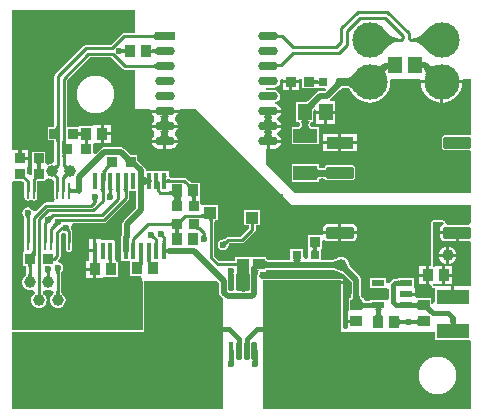
<source format=gtl>
G04*
G04 #@! TF.GenerationSoftware,Altium Limited,Altium Designer,20.0.13 (296)*
G04*
G04 Layer_Physical_Order=1*
G04 Layer_Color=255*
%FSLAX25Y25*%
%MOIN*%
G70*
G01*
G75*
%ADD13C,0.01000*%
%ADD15C,0.01200*%
%ADD17R,0.03543X0.03937*%
%ADD18R,0.04134X0.03937*%
%ADD19R,0.08661X0.04134*%
%ADD20R,0.03347X0.03347*%
%ADD21R,0.06693X0.02992*%
%ADD22R,0.03347X0.03347*%
%ADD23R,0.00943X0.05456*%
%ADD24O,0.00943X0.05456*%
%ADD25O,0.06693X0.02992*%
G04:AMPARAMS|DCode=26|XSize=59.06mil|YSize=17.72mil|CornerRadius=4.43mil|HoleSize=0mil|Usage=FLASHONLY|Rotation=90.000|XOffset=0mil|YOffset=0mil|HoleType=Round|Shape=RoundedRectangle|*
%AMROUNDEDRECTD26*
21,1,0.05906,0.00886,0,0,90.0*
21,1,0.05020,0.01772,0,0,90.0*
1,1,0.00886,0.00443,0.02510*
1,1,0.00886,0.00443,-0.02510*
1,1,0.00886,-0.00443,-0.02510*
1,1,0.00886,-0.00443,0.02510*
%
%ADD26ROUNDEDRECTD26*%
%ADD27R,0.01772X0.05906*%
%ADD28R,0.01772X0.05709*%
%ADD29R,0.03937X0.03543*%
%ADD30C,0.03937*%
%ADD31R,0.04134X0.02362*%
G04:AMPARAMS|DCode=32|XSize=39.37mil|YSize=90.16mil|CornerRadius=3.94mil|HoleSize=0mil|Usage=FLASHONLY|Rotation=270.000|XOffset=0mil|YOffset=0mil|HoleType=Round|Shape=RoundedRectangle|*
%AMROUNDEDRECTD32*
21,1,0.03937,0.08228,0,0,270.0*
21,1,0.03150,0.09016,0,0,270.0*
1,1,0.00787,-0.04114,-0.01575*
1,1,0.00787,-0.04114,0.01575*
1,1,0.00787,0.04114,0.01575*
1,1,0.00787,0.04114,-0.01575*
%
%ADD32ROUNDEDRECTD32*%
%ADD33R,0.09016X0.03937*%
%ADD34R,0.03150X0.03150*%
%ADD35R,0.07874X0.04724*%
%ADD36R,0.04528X0.05512*%
%ADD37R,0.10630X0.05118*%
%ADD60C,0.02000*%
%ADD61C,0.04000*%
%ADD62C,0.03000*%
%ADD63C,0.01968*%
%ADD64C,0.01799*%
%ADD65C,0.01800*%
%ADD66C,0.01500*%
%ADD67C,0.07087*%
%ADD68C,0.11811*%
%ADD69C,0.02362*%
G36*
X42126Y126531D02*
X38719D01*
X38719Y126531D01*
X38290Y126446D01*
X37926Y126202D01*
X37926Y126202D01*
X34299Y122575D01*
X25925D01*
X25925Y122575D01*
X25496Y122490D01*
X25132Y122247D01*
X25132Y122247D01*
X15727Y112842D01*
X15484Y112478D01*
X15398Y112049D01*
X15398Y112049D01*
Y95654D01*
X15371Y95592D01*
X15366Y95420D01*
X15355Y95293D01*
X15339Y95197D01*
X15336Y95187D01*
X13180D01*
Y90640D01*
X15336D01*
X15339Y90630D01*
X15355Y90534D01*
X15366Y90407D01*
X15371Y90235D01*
X15398Y90173D01*
Y87369D01*
X15398Y87369D01*
X15398Y87369D01*
Y83783D01*
X15372Y83699D01*
X14567Y82906D01*
X13896Y82817D01*
X13411Y82616D01*
X12910Y82811D01*
X12411Y83159D01*
Y86919D01*
X7865D01*
Y82372D01*
X7864D01*
Y81801D01*
X7865D01*
Y79502D01*
X7569Y79229D01*
X6338Y79382D01*
X6309Y79430D01*
Y81138D01*
X6709Y81972D01*
X6709Y82635D01*
Y84146D01*
X4035D01*
Y84646D01*
X3535D01*
Y86295D01*
X2937D01*
X3032Y86305D01*
X3117Y86335D01*
X3192Y86386D01*
X3257Y86457D01*
X3312Y86548D01*
X3357Y86659D01*
X3392Y86791D01*
X3417Y86943D01*
X3432Y87115D01*
X3436Y87251D01*
X3434Y87318D01*
X3434Y87319D01*
X1362Y87319D01*
X1122Y88219D01*
Y134048D01*
X42126D01*
Y126531D01*
D02*
G37*
G36*
X89587Y126309D02*
X89626Y126225D01*
X89692Y126151D01*
X89783Y126087D01*
X89900Y126033D01*
X90044Y125988D01*
X90214Y125954D01*
X90410Y125929D01*
X90632Y125914D01*
X90879Y125909D01*
Y124909D01*
X90632Y124905D01*
X90214Y124865D01*
X90044Y124831D01*
X89900Y124786D01*
X89783Y124732D01*
X89692Y124668D01*
X89626Y124594D01*
X89587Y124510D01*
X89574Y124417D01*
Y126402D01*
X89587Y126309D01*
D02*
G37*
G36*
X48859Y124409D02*
X48849Y124504D01*
X48818Y124590D01*
X48768Y124664D01*
X48697Y124729D01*
X48606Y124784D01*
X48494Y124829D01*
X48363Y124864D01*
X48211Y124890D01*
X48039Y124904D01*
X47847Y124909D01*
Y125909D01*
X48039Y125915D01*
X48211Y125929D01*
X48363Y125954D01*
X48494Y125989D01*
X48606Y126034D01*
X48697Y126090D01*
X48768Y126154D01*
X48818Y126229D01*
X48849Y126314D01*
X48859Y126409D01*
Y124409D01*
D02*
G37*
G36*
X38988Y119472D02*
X38978Y119567D01*
X38948Y119652D01*
X38898Y119727D01*
X38828Y119792D01*
X38738Y119847D01*
X38628Y119892D01*
X38498Y119927D01*
X38427Y119939D01*
X38342Y119920D01*
X38245Y119891D01*
X38155Y119855D01*
X38070Y119812D01*
X37991Y119763D01*
X37918Y119708D01*
X37851Y119646D01*
Y121299D01*
X37918Y121237D01*
X37991Y121182D01*
X38070Y121133D01*
X38155Y121090D01*
X38245Y121054D01*
X38342Y121025D01*
X38427Y121006D01*
X38498Y121017D01*
X38628Y121052D01*
X38738Y121097D01*
X38828Y121152D01*
X38898Y121217D01*
X38948Y121292D01*
X38978Y121377D01*
X38988Y121472D01*
Y119472D01*
D02*
G37*
G36*
X140283Y120012D02*
X139589Y120702D01*
X137739Y122337D01*
X137199Y122737D01*
X136697Y123064D01*
X136234Y123319D01*
X135808Y123500D01*
X135421Y123609D01*
X135072Y123646D01*
Y124646D01*
X135421Y124682D01*
X135808Y124791D01*
X136234Y124973D01*
X136697Y125227D01*
X137199Y125554D01*
X137739Y125954D01*
X138934Y126971D01*
X140283Y128279D01*
Y120012D01*
D02*
G37*
G36*
X125395Y127589D02*
X127245Y125954D01*
X127785Y125554D01*
X128287Y125227D01*
X128751Y124973D01*
X129176Y124791D01*
X129563Y124682D01*
X129912Y124646D01*
Y123646D01*
X129563Y123609D01*
X129176Y123500D01*
X128751Y123319D01*
X128287Y123064D01*
X127785Y122737D01*
X127245Y122337D01*
X126050Y121320D01*
X124702Y120012D01*
Y128279D01*
X125395Y127589D01*
D02*
G37*
G36*
X47821Y121315D02*
X47851Y121229D01*
X47902Y121154D01*
X47973Y121089D01*
X48064Y121034D01*
X48175Y120990D01*
X48307Y120954D01*
X48415Y120937D01*
X48597Y120954D01*
X48767Y120988D01*
X48911Y121033D01*
X49028Y121087D01*
X49119Y121151D01*
X49185Y121225D01*
X49224Y121309D01*
X49237Y121402D01*
Y119417D01*
X49224Y119510D01*
X49185Y119594D01*
X49119Y119668D01*
X49028Y119732D01*
X48911Y119786D01*
X48767Y119831D01*
X48597Y119865D01*
X48435Y119886D01*
X48307Y119864D01*
X48175Y119829D01*
X48064Y119784D01*
X47973Y119729D01*
X47902Y119665D01*
X47851Y119589D01*
X47821Y119504D01*
X47811Y119409D01*
Y121409D01*
X47821Y121315D01*
D02*
G37*
G36*
X126428Y114699D02*
X126226Y114486D01*
X126052Y114281D01*
X125908Y114083D01*
X125793Y113894D01*
X125707Y113712D01*
X125649Y113538D01*
X125621Y113372D01*
X125622Y113214D01*
X125651Y113063D01*
X125710Y112920D01*
X123235Y115395D01*
X123378Y115336D01*
X123529Y115307D01*
X123687Y115306D01*
X123853Y115334D01*
X124027Y115392D01*
X124209Y115478D01*
X124398Y115593D01*
X124596Y115737D01*
X124801Y115911D01*
X125014Y116113D01*
X126428Y114699D01*
D02*
G37*
G36*
X89420Y116490D02*
X89475Y116421D01*
X89553Y116360D01*
X89655Y116308D01*
X89782Y116263D01*
X89932Y116227D01*
X90106Y116198D01*
X90305Y116178D01*
X90774Y116162D01*
X90859Y115162D01*
X90641Y115158D01*
X90280Y115125D01*
X90137Y115096D01*
X90019Y115059D01*
X89926Y115014D01*
X89857Y114961D01*
X89814Y114899D01*
X89795Y114830D01*
X89801Y114752D01*
X89390Y116567D01*
X89420Y116490D01*
D02*
G37*
G36*
X49237Y114417D02*
X49224Y114510D01*
X49185Y114594D01*
X49119Y114668D01*
X49028Y114732D01*
X48911Y114786D01*
X48767Y114831D01*
X48597Y114865D01*
X48401Y114890D01*
X48180Y114904D01*
X47932Y114909D01*
Y115909D01*
X48180Y115914D01*
X48597Y115954D01*
X48767Y115988D01*
X48911Y116033D01*
X49028Y116087D01*
X49119Y116151D01*
X49185Y116225D01*
X49224Y116308D01*
X49237Y116402D01*
Y114417D01*
D02*
G37*
G36*
X139896Y116206D02*
X140164Y115994D01*
X140432Y115819D01*
X140699Y115682D01*
X140965Y115583D01*
X141232Y115521D01*
X141498Y115496D01*
X141764Y115509D01*
X142030Y115560D01*
X142295Y115648D01*
X139022Y112374D01*
X139110Y112639D01*
X139160Y112905D01*
X139173Y113171D01*
X139148Y113437D01*
X139086Y113704D01*
X138987Y113971D01*
X138850Y114238D01*
X138676Y114505D01*
X138464Y114773D01*
X138214Y115041D01*
X139628Y116455D01*
X139896Y116206D01*
D02*
G37*
G36*
X115698Y106711D02*
X115337Y107178D01*
X114966Y107596D01*
X114584Y107965D01*
X114191Y108284D01*
X113788Y108555D01*
X113375Y108776D01*
X112951Y108948D01*
X112774Y108998D01*
X112710Y108977D01*
X112570Y108907D01*
X112470Y108827D01*
X112410Y108736D01*
X112390Y108634D01*
Y109092D01*
X112070Y109145D01*
X111614Y109169D01*
Y111169D01*
X112070Y111194D01*
X112390Y111247D01*
Y111760D01*
X112410Y111647D01*
X112470Y111547D01*
X112570Y111459D01*
X112710Y111382D01*
X112802Y111348D01*
X112951Y111391D01*
X113375Y111563D01*
X113788Y111784D01*
X114191Y112054D01*
X114584Y112374D01*
X114966Y112743D01*
X115337Y113161D01*
X115698Y113628D01*
Y106711D01*
D02*
G37*
G36*
X103358Y109197D02*
X103349Y109292D01*
X103319Y109377D01*
X103269Y109452D01*
X103199Y109517D01*
X103109Y109572D01*
X102998Y109617D01*
X102868Y109652D01*
X102718Y109677D01*
X102656Y109682D01*
X102592Y109677D01*
X102440Y109652D01*
X102309Y109617D01*
X102198Y109572D01*
X102106Y109517D01*
X102036Y109452D01*
X101985Y109377D01*
X101955Y109292D01*
X101944Y109197D01*
Y111197D01*
X101955Y111102D01*
X101985Y111017D01*
X102036Y110942D01*
X102106Y110877D01*
X102198Y110822D01*
X102309Y110777D01*
X102440Y110742D01*
X102592Y110717D01*
X102656Y110711D01*
X102718Y110717D01*
X102868Y110742D01*
X102998Y110777D01*
X103109Y110822D01*
X103199Y110877D01*
X103269Y110942D01*
X103319Y111017D01*
X103349Y111102D01*
X103358Y111197D01*
Y109197D01*
D02*
G37*
G36*
X112092Y108634D02*
X111937Y108747D01*
X111753Y108804D01*
X111541D01*
X111300Y108747D01*
X111032Y108634D01*
X110735Y108464D01*
X110409Y108238D01*
X110056Y107955D01*
X109264Y107220D01*
X107850Y108634D01*
X108246Y109044D01*
X108868Y109780D01*
X109094Y110105D01*
X109264Y110402D01*
X109377Y110670D01*
X109434Y110911D01*
Y111123D01*
X109377Y111307D01*
X109264Y111462D01*
X112092Y108634D01*
D02*
G37*
G36*
X102583Y102645D02*
X102192Y102239D01*
X101576Y101509D01*
X101351Y101186D01*
X101181Y100889D01*
X101068Y100620D01*
X101010Y100378D01*
X101007Y100163D01*
X101060Y99976D01*
X101169Y99816D01*
X98440Y102744D01*
X98591Y102626D01*
X98772Y102566D01*
X98981Y102564D01*
X99220Y102619D01*
X99488Y102732D01*
X99786Y102902D01*
X100113Y103129D01*
X100469Y103415D01*
X101269Y104158D01*
X102583Y102645D01*
D02*
G37*
G36*
X88439Y98924D02*
X88269Y98863D01*
X88119Y98761D01*
X87989Y98619D01*
X87880Y98436D01*
X87790Y98213D01*
X87720Y97949D01*
X87713Y97909D01*
X87720Y97870D01*
X87790Y97606D01*
X87880Y97383D01*
X87989Y97200D01*
X88119Y97058D01*
X88269Y96956D01*
X88439Y96895D01*
X88628Y96875D01*
X84632D01*
X84821Y96895D01*
X84991Y96956D01*
X85141Y97058D01*
X85271Y97200D01*
X85380Y97383D01*
X85470Y97606D01*
X85540Y97870D01*
X85546Y97909D01*
X85540Y97949D01*
X85470Y98213D01*
X85380Y98436D01*
X85271Y98619D01*
X85141Y98761D01*
X84991Y98863D01*
X84821Y98924D01*
X84632Y98944D01*
X88628D01*
X88439Y98924D01*
D02*
G37*
G36*
X100810Y97248D02*
X100640Y97188D01*
X100490Y97087D01*
X100360Y96946D01*
X100250Y96765D01*
X100160Y96544D01*
X100090Y96282D01*
X100040Y95980D01*
X100036Y95937D01*
X100040Y95894D01*
X100090Y95592D01*
X100160Y95330D01*
X100250Y95109D01*
X100360Y94928D01*
X100490Y94787D01*
X100640Y94686D01*
X100810Y94626D01*
X101000Y94606D01*
X97000D01*
X97190Y94626D01*
X97360Y94686D01*
X97510Y94787D01*
X97640Y94928D01*
X97750Y95109D01*
X97840Y95330D01*
X97910Y95592D01*
X97960Y95894D01*
X97964Y95937D01*
X97960Y95980D01*
X97910Y96282D01*
X97840Y96544D01*
X97750Y96765D01*
X97640Y96946D01*
X97510Y97087D01*
X97360Y97188D01*
X97190Y97248D01*
X97000Y97268D01*
X101000D01*
X100810Y97248D01*
D02*
G37*
G36*
X17021Y95385D02*
X17066Y94665D01*
X17080Y94615D01*
X17096Y94585D01*
X17114Y94575D01*
X15520Y94563D01*
X15615Y94573D01*
X15700Y94604D01*
X15775Y94655D01*
X15840Y94726D01*
X15895Y94818D01*
X15940Y94929D01*
X15975Y95060D01*
X16000Y95211D01*
X16015Y95383D01*
X16020Y95575D01*
X17020D01*
X17021Y95385D01*
D02*
G37*
G36*
X24335Y91913D02*
X24325Y92008D01*
X24295Y92093D01*
X24244Y92168D01*
X24173Y92233D01*
X24082Y92288D01*
X23971Y92333D01*
X23839Y92368D01*
X23772Y92379D01*
X23706Y92368D01*
X23576Y92333D01*
X23466Y92288D01*
X23376Y92233D01*
X23306Y92168D01*
X23256Y92093D01*
X23226Y92008D01*
X23216Y91913D01*
Y93913D01*
X23226Y93818D01*
X23256Y93733D01*
X23306Y93658D01*
X23376Y93593D01*
X23466Y93538D01*
X23576Y93493D01*
X23706Y93458D01*
X23772Y93447D01*
X23839Y93458D01*
X23971Y93493D01*
X24082Y93538D01*
X24173Y93593D01*
X24244Y93658D01*
X24295Y93733D01*
X24325Y93818D01*
X24335Y93913D01*
Y91913D01*
D02*
G37*
G36*
X91520Y111024D02*
Y110736D01*
X94193D01*
X96866D01*
Y111024D01*
X98022D01*
Y107963D01*
X102271D01*
X102568Y107963D01*
X102568Y107963D01*
X102746Y108022D01*
Y108022D01*
X105692D01*
X105883Y107560D01*
X105466Y107143D01*
X104036D01*
X103412Y107019D01*
X102883Y106665D01*
X100878Y104660D01*
X100843Y104648D01*
X100837Y104638D01*
X100827Y104634D01*
X100044Y103907D01*
X99724Y103650D01*
X99438Y103451D01*
X99272Y103356D01*
X98544D01*
X98463Y103393D01*
X98412Y103374D01*
X98360Y103388D01*
X98303Y103356D01*
X96053D01*
Y96644D01*
X96891D01*
X96932Y96622D01*
X97045Y96610D01*
X97066Y96603D01*
X97085Y96590D01*
X97119Y96553D01*
X97168Y96472D01*
X97223Y96337D01*
X97275Y96145D01*
X97309Y95937D01*
X97275Y95729D01*
X97223Y95537D01*
X97168Y95402D01*
X97119Y95321D01*
X97085Y95284D01*
X97066Y95271D01*
X97045Y95264D01*
X96932Y95252D01*
X96891Y95230D01*
X94463D01*
Y89306D01*
X103537D01*
Y95230D01*
X101109D01*
X101068Y95252D01*
X100955Y95264D01*
X100934Y95271D01*
X100915Y95284D01*
X100881Y95321D01*
X100832Y95402D01*
X100777Y95537D01*
X100725Y95729D01*
X100691Y95937D01*
X100725Y96145D01*
X100777Y96337D01*
X100832Y96472D01*
X100881Y96553D01*
X100915Y96590D01*
X100934Y96603D01*
X100955Y96610D01*
X101068Y96622D01*
X101109Y96644D01*
X101781D01*
Y99655D01*
X101807Y99694D01*
X101796Y99746D01*
X101818Y99793D01*
X101781Y99892D01*
Y100629D01*
X101901Y100839D01*
X102043Y101044D01*
X102321Y101030D01*
X102543Y100948D01*
Y100500D01*
X105807D01*
X109071D01*
Y103756D01*
X107294D01*
X107142Y104256D01*
X107295Y104358D01*
X109666Y106729D01*
X109706Y106744D01*
X110480Y107463D01*
X110798Y107717D01*
X111082Y107915D01*
X111270Y108022D01*
X112002D01*
X112092Y107985D01*
X112142Y108005D01*
X112194Y107993D01*
X112234Y108017D01*
X112264Y107997D01*
X112329Y108010D01*
X112390Y107985D01*
X112480Y108022D01*
X113002D01*
X113002Y108022D01*
X113483Y107977D01*
X113805Y107762D01*
X114062Y107552D01*
X114074Y107514D01*
X114715Y106314D01*
X115578Y105263D01*
X116629Y104400D01*
X117829Y103759D01*
X119131Y103364D01*
X120484Y103230D01*
X121838Y103364D01*
X123140Y103759D01*
X124339Y104400D01*
X125391Y105263D01*
X126254Y106314D01*
X126895Y107514D01*
X127290Y108816D01*
X127423Y110169D01*
X127375Y110653D01*
X127711Y111024D01*
X137273D01*
X137594Y110669D01*
X144500D01*
X151406D01*
X151727Y111024D01*
X154414D01*
Y92839D01*
X153914Y92515D01*
X153744Y92549D01*
X145516D01*
X145128Y92471D01*
X144799Y92252D01*
X144580Y91923D01*
X144503Y91535D01*
Y88386D01*
X144580Y87998D01*
X144799Y87669D01*
X145128Y87450D01*
X145516Y87373D01*
X153744D01*
X153914Y87406D01*
X154414Y87083D01*
Y73169D01*
X95335Y73169D01*
X85827Y82677D01*
Y87865D01*
X86130D01*
Y90409D01*
X86630D01*
Y90909D01*
X90926D01*
X90832Y91383D01*
X90280Y92209D01*
X89654Y92627D01*
Y93192D01*
X90280Y93610D01*
X90832Y94436D01*
X90926Y94910D01*
X86630D01*
Y95910D01*
X90926D01*
X90832Y96383D01*
X90280Y97209D01*
X89654Y97627D01*
Y98192D01*
X90280Y98610D01*
X90832Y99436D01*
X90926Y99910D01*
X86630D01*
Y100909D01*
X90926D01*
X90832Y101383D01*
X90280Y102209D01*
X89454Y102761D01*
X88963Y102858D01*
Y103368D01*
X89298Y103435D01*
X89991Y103898D01*
X90455Y104592D01*
X90617Y105409D01*
X90455Y106227D01*
X89991Y106921D01*
X89298Y107384D01*
X88480Y107547D01*
X85827D01*
Y108272D01*
X88480D01*
X89298Y108435D01*
X89991Y108898D01*
X90455Y109592D01*
X90617Y110409D01*
X90572Y110637D01*
X90889Y111024D01*
X91520D01*
D02*
G37*
G36*
X88439Y93924D02*
X88269Y93863D01*
X88119Y93761D01*
X87989Y93619D01*
X87880Y93436D01*
X87790Y93213D01*
X87720Y92949D01*
X87713Y92909D01*
X87720Y92870D01*
X87790Y92606D01*
X87880Y92383D01*
X87989Y92200D01*
X88119Y92058D01*
X88269Y91956D01*
X88439Y91895D01*
X88628Y91875D01*
X84632D01*
X84821Y91895D01*
X84991Y91956D01*
X85141Y92058D01*
X85271Y92200D01*
X85380Y92383D01*
X85470Y92606D01*
X85540Y92870D01*
X85546Y92909D01*
X85540Y92949D01*
X85470Y93213D01*
X85380Y93436D01*
X85271Y93619D01*
X85141Y93761D01*
X84991Y93863D01*
X84821Y93924D01*
X84632Y93944D01*
X88628D01*
X88439Y93924D01*
D02*
G37*
G36*
X17114Y91252D02*
X17096Y91242D01*
X17080Y91212D01*
X17066Y91162D01*
X17054Y91092D01*
X17043Y91002D01*
X17023Y90612D01*
X17020Y90252D01*
X16020D01*
X16015Y90444D01*
X16000Y90615D01*
X15975Y90767D01*
X15940Y90898D01*
X15895Y91009D01*
X15840Y91100D01*
X15775Y91171D01*
X15700Y91223D01*
X15615Y91253D01*
X15520Y91264D01*
X17114Y91252D01*
D02*
G37*
G36*
X26988Y90959D02*
X26903Y90928D01*
X26828Y90878D01*
X26763Y90807D01*
X26708Y90716D01*
X26663Y90605D01*
X26628Y90473D01*
X26603Y90321D01*
X26593Y90207D01*
X26603Y90092D01*
X26628Y89940D01*
X26663Y89809D01*
X26708Y89697D01*
X26763Y89606D01*
X26828Y89536D01*
X26903Y89485D01*
X26988Y89455D01*
X27083Y89445D01*
X25083D01*
X25178Y89455D01*
X25263Y89485D01*
X25338Y89536D01*
X25403Y89606D01*
X25458Y89697D01*
X25503Y89809D01*
X25538Y89940D01*
X25563Y90092D01*
X25573Y90207D01*
X25563Y90321D01*
X25538Y90473D01*
X25503Y90605D01*
X25458Y90716D01*
X25403Y90807D01*
X25338Y90878D01*
X25263Y90928D01*
X25178Y90959D01*
X25083Y90969D01*
X27083D01*
X26988Y90959D01*
D02*
G37*
G36*
X19025Y90265D02*
X19040Y90094D01*
X19065Y89942D01*
X19100Y89811D01*
X19145Y89700D01*
X19200Y89609D01*
X19265Y89537D01*
X19340Y89486D01*
X19425Y89455D01*
X19520Y89445D01*
X18122Y89456D01*
X18103Y89467D01*
X18085Y89496D01*
X18070Y89547D01*
X18057Y89617D01*
X18045Y89706D01*
X18029Y89947D01*
X18020Y90456D01*
X19020D01*
X19025Y90265D01*
D02*
G37*
G36*
X19425Y86135D02*
X19340Y86104D01*
X19265Y86053D01*
X19200Y85982D01*
X19145Y85891D01*
X19100Y85780D01*
X19065Y85648D01*
X19040Y85497D01*
X19025Y85326D01*
X19020Y85134D01*
X18020D01*
X18122Y86134D01*
X19520Y86146D01*
X19425Y86135D01*
D02*
G37*
G36*
X39595Y86144D02*
X40331Y85522D01*
X40656Y85295D01*
X40953Y85126D01*
X41222Y85013D01*
X41462Y84956D01*
X41674D01*
X41858Y85013D01*
X42014Y85126D01*
X39185Y82297D01*
X39298Y82453D01*
X39355Y82637D01*
Y82849D01*
X39298Y83089D01*
X39185Y83358D01*
X39015Y83655D01*
X38789Y83980D01*
X38506Y84334D01*
X37771Y85126D01*
X39185Y86540D01*
X39595Y86144D01*
D02*
G37*
G36*
X16873Y82016D02*
X16758Y81895D01*
X16573Y81668D01*
X16503Y81561D01*
X16449Y81459D01*
X16410Y81362D01*
X16386Y81270D01*
X16377Y81182D01*
X16383Y81099D01*
X16405Y81020D01*
X15136Y82199D01*
X15216Y82183D01*
X15302Y82183D01*
X15392Y82197D01*
X15488Y82227D01*
X15588Y82271D01*
X15694Y82331D01*
X15804Y82407D01*
X15920Y82497D01*
X16040Y82602D01*
X16166Y82723D01*
X16873Y82016D01*
D02*
G37*
G36*
X34497Y81803D02*
X34419Y81860D01*
X34327Y81888D01*
X34221D01*
X34101Y81860D01*
X33967Y81803D01*
X33818Y81718D01*
X33656Y81605D01*
X33479Y81464D01*
X33083Y81096D01*
X32376Y81803D01*
X32574Y82008D01*
X32885Y82376D01*
X32998Y82539D01*
X33083Y82687D01*
X33139Y82822D01*
X33168Y82942D01*
Y83048D01*
X33139Y83140D01*
X33083Y83218D01*
X34497Y81803D01*
D02*
G37*
G36*
X11043Y82986D02*
X10958Y82956D01*
X10883Y82905D01*
X10818Y82835D01*
X10763Y82743D01*
X10718Y82632D01*
X10683Y82501D01*
X10658Y82349D01*
X10643Y82177D01*
X10640Y82087D01*
X10643Y81997D01*
X10658Y81824D01*
X10683Y81673D01*
X10718Y81541D01*
X10763Y81430D01*
X10818Y81339D01*
X10883Y81268D01*
X10958Y81217D01*
X11043Y81187D01*
X11138Y81177D01*
X9138D01*
X9233Y81187D01*
X9318Y81217D01*
X9393Y81268D01*
X9458Y81339D01*
X9513Y81430D01*
X9558Y81541D01*
X9593Y81673D01*
X9618Y81824D01*
X9633Y81997D01*
X9635Y82087D01*
X9633Y82177D01*
X9618Y82349D01*
X9593Y82501D01*
X9558Y82632D01*
X9513Y82743D01*
X9458Y82835D01*
X9393Y82905D01*
X9318Y82956D01*
X9233Y82986D01*
X9138Y82996D01*
X11138D01*
X11043Y82986D01*
D02*
G37*
G36*
X18999Y82602D02*
X19235Y82407D01*
X19346Y82331D01*
X19451Y82271D01*
X19552Y82227D01*
X19647Y82197D01*
X19738Y82183D01*
X19823Y82183D01*
X19903Y82199D01*
X18634Y81020D01*
X18656Y81099D01*
X18663Y81182D01*
X18654Y81270D01*
X18630Y81362D01*
X18590Y81459D01*
X18536Y81561D01*
X18466Y81668D01*
X18382Y81779D01*
X18281Y81895D01*
X18166Y82016D01*
X18873Y82723D01*
X18999Y82602D01*
D02*
G37*
G36*
X32370Y80008D02*
X31287Y79996D01*
X31305Y80002D01*
X31321Y80020D01*
X31335Y80051D01*
X31348Y80093D01*
X31358Y80148D01*
X31367Y80215D01*
X31378Y80384D01*
X31382Y80602D01*
X32382D01*
X32370Y80008D01*
D02*
G37*
G36*
X19981Y78409D02*
X19867Y78430D01*
X19752Y78435D01*
X19636Y78425D01*
X19518Y78398D01*
X19398Y78356D01*
X19276Y78298D01*
X19153Y78224D01*
X19028Y78135D01*
X18901Y78029D01*
X18773Y77908D01*
X18066Y78615D01*
X18187Y78743D01*
X18292Y78870D01*
X18382Y78995D01*
X18456Y79118D01*
X18514Y79240D01*
X18556Y79360D01*
X18582Y79478D01*
X18593Y79595D01*
X18587Y79710D01*
X18566Y79823D01*
X19981Y78409D01*
D02*
G37*
G36*
X45989Y78227D02*
X46239Y78193D01*
X46528Y78172D01*
X46850Y78165D01*
Y76165D01*
X46528Y76158D01*
X45989Y76104D01*
Y75480D01*
X45972Y75610D01*
X45921Y75727D01*
X45836Y75830D01*
X45717Y75919D01*
X45571Y75991D01*
X45425Y75919D01*
X45306Y75830D01*
X45221Y75727D01*
X45170Y75610D01*
X45153Y75480D01*
Y76104D01*
X44902Y76138D01*
X44614Y76158D01*
X44291Y76165D01*
Y78165D01*
X44614Y78172D01*
X45153Y78227D01*
Y78851D01*
X45170Y78720D01*
X45221Y78604D01*
X45306Y78501D01*
X45425Y78412D01*
X45571Y78340D01*
X45717Y78412D01*
X45836Y78501D01*
X45921Y78604D01*
X45972Y78720D01*
X45989Y78851D01*
Y78227D01*
D02*
G37*
G36*
X16279Y79327D02*
X16273Y79271D01*
X16280Y79209D01*
X16299Y79141D01*
X16333Y79068D01*
X16379Y78988D01*
X16438Y78904D01*
X16510Y78813D01*
X16694Y78614D01*
X15987Y77907D01*
X15871Y78020D01*
X15564Y78279D01*
X15475Y78338D01*
X15394Y78384D01*
X15319Y78416D01*
X15252Y78434D01*
X15192Y78440D01*
X15138Y78431D01*
X16298Y79378D01*
X16279Y79327D01*
D02*
G37*
G36*
X5640Y79203D02*
X5612Y79111D01*
Y79005D01*
X5640Y78885D01*
X5697Y78750D01*
X5782Y78602D01*
X5895Y78439D01*
X6036Y78262D01*
X6404Y77866D01*
X5697Y77159D01*
X5492Y77357D01*
X5124Y77668D01*
X4961Y77781D01*
X4813Y77866D01*
X4678Y77923D01*
X4558Y77951D01*
X4452D01*
X4360Y77923D01*
X4282Y77866D01*
X5697Y79281D01*
X5640Y79203D01*
D02*
G37*
G36*
X52840Y78070D02*
X52871Y77985D01*
X52921Y77910D01*
X52992Y77845D01*
X53083Y77790D01*
X53195Y77745D01*
X53326Y77710D01*
X53478Y77685D01*
X53650Y77670D01*
X53842Y77665D01*
Y76665D01*
X53650Y76660D01*
X53478Y76645D01*
X53326Y76620D01*
X53195Y76585D01*
X53083Y76540D01*
X52992Y76485D01*
X52921Y76420D01*
X52871Y76345D01*
X52840Y76260D01*
X52830Y76165D01*
Y78165D01*
X52840Y78070D01*
D02*
G37*
G36*
X60158Y76481D02*
X60526Y76170D01*
X60688Y76057D01*
X60837Y75972D01*
X60971Y75916D01*
X61091Y75887D01*
X61198D01*
X61289Y75916D01*
X61367Y75972D01*
X59953Y74558D01*
X60009Y74636D01*
X60038Y74728D01*
Y74834D01*
X60009Y74954D01*
X59953Y75088D01*
X59868Y75237D01*
X59755Y75400D01*
X59614Y75576D01*
X59246Y75972D01*
X59953Y76679D01*
X60158Y76481D01*
D02*
G37*
G36*
X39971Y74313D02*
X39902Y74283D01*
X39842Y74233D01*
X39790Y74163D01*
X39745Y74073D01*
X39709Y73963D01*
X39681Y73833D01*
X39661Y73683D01*
X39649Y73513D01*
X39645Y73323D01*
X38645D01*
X38641Y73513D01*
X38614Y73833D01*
X38590Y73963D01*
X38559Y74073D01*
X38521Y74163D01*
X38476Y74233D01*
X38424Y74283D01*
X38365Y74313D01*
X38299Y74323D01*
X40047D01*
X39971Y74313D01*
D02*
G37*
G36*
X37417D02*
X37353Y74283D01*
X37297Y74233D01*
X37249Y74163D01*
X37208Y74073D01*
X37174Y73963D01*
X37148Y73833D01*
X37129Y73683D01*
X37118Y73513D01*
X37114Y73323D01*
X36114D01*
X36110Y73513D01*
X36081Y73833D01*
X36054Y73963D01*
X36021Y74073D01*
X35980Y74163D01*
X35931Y74233D01*
X35875Y74283D01*
X35811Y74313D01*
X35740Y74323D01*
X37488D01*
X37417Y74313D01*
D02*
G37*
G36*
X32299D02*
X32235Y74283D01*
X32179Y74233D01*
X32131Y74163D01*
X32089Y74073D01*
X32056Y73963D01*
X32030Y73833D01*
X32011Y73683D01*
X32000Y73513D01*
X31996Y73323D01*
X30996D01*
X30992Y73513D01*
X30962Y73833D01*
X30936Y73963D01*
X30903Y74073D01*
X30861Y74163D01*
X30813Y74233D01*
X30757Y74283D01*
X30693Y74313D01*
X30622Y74323D01*
X32370D01*
X32299Y74313D01*
D02*
G37*
G36*
X20747Y74859D02*
X20778Y74774D01*
X20828Y74699D01*
X20899Y74634D01*
X20990Y74579D01*
X21101Y74534D01*
X21233Y74499D01*
X21371Y74476D01*
X22359Y74542D01*
X22444Y74578D01*
X22527Y74622D01*
X22603Y74674D01*
X22673Y74732D01*
X22737Y74797D01*
X22747Y74604D01*
X22795Y74622D01*
X22854Y74662D01*
Y73247D01*
X22816Y73272D01*
X22823Y73146D01*
X22753Y73205D01*
X22678Y73257D01*
X22597Y73303D01*
X22510Y73343D01*
X22418Y73377D01*
X22412Y73379D01*
X22409Y73380D01*
X21977Y73421D01*
X21443Y73439D01*
X21385Y73434D01*
X21233Y73409D01*
X21101Y73374D01*
X20990Y73329D01*
X20899Y73274D01*
X20828Y73209D01*
X20778Y73134D01*
X20747Y73049D01*
X20737Y72954D01*
Y73454D01*
X20695Y73454D01*
Y74454D01*
X20737Y74455D01*
Y74954D01*
X20747Y74859D01*
D02*
G37*
G36*
X34858Y74313D02*
X34794Y74283D01*
X34738Y74233D01*
X34690Y74163D01*
X34649Y74073D01*
X34615Y73963D01*
X34589Y73833D01*
X34570Y73683D01*
X34559Y73513D01*
X34559Y73505D01*
X34568Y73395D01*
X34585Y73287D01*
X34607Y73184D01*
X34637Y73088D01*
X34673Y72997D01*
X34715Y72913D01*
X34764Y72834D01*
X34820Y72761D01*
X34882Y72694D01*
X33228D01*
X33290Y72761D01*
X33346Y72834D01*
X33395Y72913D01*
X33437Y72997D01*
X33473Y73088D01*
X33503Y73184D01*
X33526Y73287D01*
X33542Y73395D01*
X33551Y73505D01*
X33551Y73513D01*
X33522Y73833D01*
X33495Y73963D01*
X33462Y74073D01*
X33421Y74163D01*
X33372Y74233D01*
X33316Y74283D01*
X33252Y74313D01*
X33181Y74323D01*
X34929D01*
X34858Y74313D01*
D02*
G37*
G36*
X54638Y72211D02*
X54628Y72306D01*
X54598Y72391D01*
X54548Y72466D01*
X54478Y72531D01*
X54388Y72586D01*
X54278Y72631D01*
X54148Y72666D01*
X53998Y72691D01*
X53828Y72706D01*
X53638Y72711D01*
Y73711D01*
X53828Y73716D01*
X53998Y73731D01*
X54148Y73756D01*
X54278Y73791D01*
X54388Y73836D01*
X54478Y73891D01*
X54548Y73956D01*
X54598Y74031D01*
X54628Y74116D01*
X54638Y74211D01*
Y72211D01*
D02*
G37*
G36*
X13896Y77813D02*
X14567Y77724D01*
X15219Y76813D01*
X15219Y76809D01*
Y73954D01*
X15249Y73807D01*
Y71698D01*
X15332Y71280D01*
X15506Y71019D01*
X15398Y70577D01*
X15125Y70019D01*
X12622D01*
X12192Y69934D01*
X11829Y69691D01*
X11829Y69691D01*
X9218Y67080D01*
X8557Y67175D01*
X8083Y67359D01*
X7775Y67819D01*
X7186Y68213D01*
X6491Y68351D01*
X5796Y68213D01*
X5207Y67819D01*
X4813Y67230D01*
X4675Y66535D01*
X4813Y65841D01*
X5163Y65316D01*
X5188Y65251D01*
X5229Y65206D01*
X5246Y65183D01*
X5264Y65155D01*
X5280Y65123D01*
X5296Y65083D01*
X5310Y65036D01*
X5323Y64980D01*
X5333Y64915D01*
X5339Y64840D01*
X5342Y64739D01*
X5369Y64677D01*
Y56754D01*
X5420Y56502D01*
Y53454D01*
X4912D01*
Y48908D01*
X6002D01*
X6004Y48899D01*
X6020Y48803D01*
X6031Y48675D01*
X6036Y48503D01*
X6064Y48441D01*
Y46325D01*
X6036Y46268D01*
X6039Y46260D01*
X6036Y46253D01*
X6031Y46097D01*
X6020Y45979D01*
X6003Y45880D01*
X5983Y45800D01*
X5960Y45740D01*
X5939Y45698D01*
X5920Y45669D01*
X5904Y45651D01*
X5889Y45638D01*
X5831Y45603D01*
X5795Y45553D01*
X5737Y45532D01*
X5663Y45377D01*
X5353Y45139D01*
X4941Y44602D01*
X4683Y43978D01*
X4594Y43307D01*
X4683Y42637D01*
X4941Y42012D01*
X5353Y41475D01*
X5890Y41063D01*
X6515Y40805D01*
X7185Y40716D01*
X7856Y40805D01*
X8789Y40270D01*
X8832Y40091D01*
X8837Y39947D01*
X8720Y39476D01*
X8404Y39233D01*
X7993Y38697D01*
X7734Y38072D01*
X7646Y37402D01*
X7734Y36731D01*
X7993Y36106D01*
X8404Y35570D01*
X8941Y35158D01*
X9566Y34899D01*
X10236Y34811D01*
X10907Y34899D01*
X11532Y35158D01*
X12068Y35570D01*
X12480Y36106D01*
X12739Y36731D01*
X12827Y37402D01*
X12739Y38072D01*
X12480Y38697D01*
X12068Y39233D01*
X11725Y39497D01*
X11641Y40265D01*
X11659Y40355D01*
X12616Y40846D01*
X12715Y40805D01*
X13386Y40716D01*
X14056Y40805D01*
X15083Y40316D01*
X15162Y40095D01*
X15177Y40041D01*
X15176Y40008D01*
X15076Y39556D01*
X15054Y39502D01*
X14704Y39233D01*
X14292Y38697D01*
X14033Y38072D01*
X13945Y37402D01*
X14033Y36731D01*
X14292Y36106D01*
X14704Y35570D01*
X15240Y35158D01*
X15865Y34899D01*
X16535Y34811D01*
X17206Y34899D01*
X17831Y35158D01*
X18367Y35570D01*
X18779Y36106D01*
X19038Y36731D01*
X19126Y37402D01*
X19038Y38072D01*
X18779Y38697D01*
X18367Y39233D01*
X18017Y39502D01*
X17995Y39556D01*
X17937Y39580D01*
X17903Y39633D01*
X17845Y39672D01*
X17826Y39690D01*
X17806Y39713D01*
X17784Y39748D01*
X17761Y39796D01*
X17738Y39862D01*
X17717Y39945D01*
X17700Y40047D01*
X17689Y40168D01*
X17685Y40324D01*
X17657Y40386D01*
Y46173D01*
X17685Y46235D01*
X17687Y46336D01*
X17694Y46411D01*
X17704Y46476D01*
X17716Y46532D01*
X17730Y46579D01*
X17746Y46619D01*
X17763Y46651D01*
X17780Y46679D01*
X17798Y46702D01*
X17839Y46747D01*
X17863Y46812D01*
X18213Y47337D01*
X18351Y48031D01*
X18213Y48726D01*
X17819Y49316D01*
X17230Y49709D01*
X16940Y49767D01*
X16552Y50793D01*
X17134Y51375D01*
X17134Y51375D01*
X17377Y51738D01*
X17462Y52168D01*
X17462Y52168D01*
Y56754D01*
Y59328D01*
X18276Y59954D01*
X18596Y59740D01*
X19159Y59628D01*
Y56754D01*
X19189Y56607D01*
Y54498D01*
X19272Y54080D01*
X19509Y53725D01*
X19863Y53488D01*
X20281Y53405D01*
X20699Y53488D01*
X21053Y53725D01*
X21290Y54080D01*
X21373Y54498D01*
Y56607D01*
X21402Y56754D01*
Y60428D01*
X21402Y60428D01*
X21317Y60857D01*
X21074Y61221D01*
X21069Y61226D01*
X21107Y61417D01*
X20996Y61976D01*
X21125Y62327D01*
X21595Y62976D01*
X31814D01*
X31814Y62976D01*
X32243Y63061D01*
X32607Y63305D01*
X39938Y70635D01*
X39938Y70635D01*
X40181Y70999D01*
X40266Y71428D01*
Y73246D01*
X40294Y73309D01*
X40298Y73483D01*
X40307Y73617D01*
X40320Y73711D01*
X42660D01*
Y67981D01*
X38512Y63833D01*
X38158Y63304D01*
X38034Y62680D01*
Y59820D01*
X37988Y59750D01*
X37860Y59109D01*
X37666Y58819D01*
X37542Y58194D01*
Y53937D01*
X37666Y53313D01*
X37687Y53281D01*
Y50483D01*
X40542D01*
Y45463D01*
X44275D01*
X44532Y44569D01*
X44532Y43952D01*
X44803D01*
X44803Y43569D01*
Y27415D01*
X44776Y27404D01*
X1697D01*
X1655Y27421D01*
X1122D01*
Y76520D01*
X1762Y77254D01*
X4133D01*
X4181Y77225D01*
X4233Y77237D01*
X4282Y77217D01*
X4373Y77254D01*
X4575D01*
X4614Y77232D01*
X4728Y77153D01*
X5056Y76875D01*
X5246Y76692D01*
X5310Y76666D01*
X5369Y76608D01*
Y73954D01*
X5399Y73807D01*
Y71698D01*
X5482Y71280D01*
X5719Y70925D01*
X6073Y70688D01*
X6491Y70605D01*
X6909Y70688D01*
X7476Y70861D01*
X8043Y70688D01*
X8461Y70605D01*
X8879Y70688D01*
X9233Y70925D01*
X9470Y71280D01*
X9553Y71698D01*
Y73807D01*
X9582Y73954D01*
Y77254D01*
X12411D01*
Y77471D01*
X12910Y77819D01*
X13411Y78014D01*
X13896Y77813D01*
D02*
G37*
G36*
X62716Y72061D02*
X62631Y72031D01*
X62556Y71980D01*
X62491Y71909D01*
X62436Y71818D01*
X62391Y71707D01*
X62356Y71575D01*
X62331Y71424D01*
X62317Y71261D01*
X62331Y71100D01*
X62356Y70950D01*
X62391Y70820D01*
X62436Y70710D01*
X62491Y70620D01*
X62556Y70550D01*
X62631Y70500D01*
X62716Y70470D01*
X62811Y70460D01*
X60811D01*
X60906Y70470D01*
X60991Y70500D01*
X61066Y70550D01*
X61131Y70620D01*
X61186Y70710D01*
X61231Y70820D01*
X61266Y70950D01*
X61291Y71100D01*
X61305Y71261D01*
X61291Y71424D01*
X61266Y71575D01*
X61231Y71707D01*
X61186Y71818D01*
X61131Y71909D01*
X61066Y71980D01*
X60991Y72031D01*
X60906Y72061D01*
X60811Y72071D01*
X62811D01*
X62716Y72061D01*
D02*
G37*
G36*
X29498Y70805D02*
X29485Y70780D01*
X29474Y70743D01*
X29464Y70696D01*
X29456Y70637D01*
X29444Y70486D01*
X29437Y70176D01*
X28437D01*
X28436Y70291D01*
X28410Y70696D01*
X28400Y70743D01*
X28389Y70780D01*
X28376Y70805D01*
X28362Y70819D01*
X29512D01*
X29498Y70805D01*
D02*
G37*
G36*
X57403Y72080D02*
X57405Y72059D01*
X58157D01*
X58013Y72039D01*
X57884Y71979D01*
X57770Y71879D01*
X57671Y71739D01*
X57587Y71559D01*
X57519Y71339D01*
X57487Y71183D01*
X57488Y71180D01*
X57538Y70960D01*
X57600Y70780D01*
X57673Y70640D01*
X57758Y70540D01*
X57854Y70480D01*
X57960Y70460D01*
X57407D01*
X57405Y70439D01*
X57398Y70059D01*
X55398D01*
X55390Y70439D01*
X55388Y70460D01*
X54638D01*
X54782Y70480D01*
X54912Y70540D01*
X55025Y70640D01*
X55124Y70780D01*
X55208Y70960D01*
X55276Y71180D01*
X55292Y71260D01*
X55276Y71339D01*
X55208Y71559D01*
X55124Y71739D01*
X55025Y71879D01*
X54912Y71979D01*
X54782Y72039D01*
X54638Y72059D01*
X55389D01*
X55390Y72080D01*
X55398Y72460D01*
X57398D01*
X57403Y72080D01*
D02*
G37*
G36*
X7255Y65625D02*
X7200Y65552D01*
X7151Y65473D01*
X7108Y65389D01*
X7073Y65298D01*
X7043Y65201D01*
X7020Y65099D01*
X7004Y64991D01*
X6994Y64877D01*
X6991Y64757D01*
X5991D01*
X5988Y64877D01*
X5978Y64991D01*
X5961Y65099D01*
X5939Y65201D01*
X5909Y65298D01*
X5873Y65389D01*
X5831Y65473D01*
X5782Y65552D01*
X5726Y65625D01*
X5664Y65692D01*
X7318D01*
X7255Y65625D01*
D02*
G37*
G36*
X65170Y64579D02*
X65159Y64653D01*
X65130Y64720D01*
X65079Y64778D01*
X65009Y64829D01*
X64920Y64872D01*
X64810Y64907D01*
X64679Y64935D01*
X64530Y64954D01*
X64359Y64966D01*
X64170Y64970D01*
Y65970D01*
X64361Y65975D01*
X64533Y65990D01*
X64684Y66015D01*
X64816Y66050D01*
X64927Y66095D01*
X65018Y66150D01*
X65089Y66215D01*
X65140Y66290D01*
X65171Y66375D01*
X65181Y66470D01*
X65170Y64579D01*
D02*
G37*
G36*
X58668Y64358D02*
X58470Y64153D01*
X58158Y63785D01*
X58045Y63623D01*
X57960Y63474D01*
X57904Y63340D01*
X57876Y63220D01*
Y63114D01*
X57904Y63022D01*
X57960Y62944D01*
X56546Y64358D01*
X56624Y64302D01*
X56716Y64273D01*
X56822D01*
X56942Y64302D01*
X57077Y64358D01*
X57225Y64443D01*
X57388Y64556D01*
X57565Y64697D01*
X57960Y65065D01*
X58668Y64358D01*
D02*
G37*
G36*
X14997Y65077D02*
X14915Y64990D01*
X14841Y64902D01*
X14776Y64814D01*
X14719Y64726D01*
X14672Y64637D01*
X14634Y64547D01*
X14604Y64457D01*
X14583Y64367D01*
X14570Y64276D01*
X14567Y64185D01*
X13398Y65354D01*
X13489Y65358D01*
X13580Y65370D01*
X13670Y65391D01*
X13760Y65421D01*
X13849Y65459D01*
X13938Y65507D01*
X14027Y65563D01*
X14115Y65628D01*
X14203Y65702D01*
X14290Y65784D01*
X14997Y65077D01*
D02*
G37*
G36*
X68540Y64581D02*
X68455Y64551D01*
X68380Y64500D01*
X68315Y64429D01*
X68260Y64338D01*
X68215Y64227D01*
X68180Y64095D01*
X68155Y63943D01*
X68140Y63771D01*
X68135Y63579D01*
X67135D01*
X67130Y63771D01*
X67115Y63943D01*
X67090Y64095D01*
X67055Y64227D01*
X67010Y64338D01*
X66955Y64429D01*
X66890Y64500D01*
X66815Y64551D01*
X66730Y64581D01*
X66635Y64591D01*
X68635D01*
X68540Y64581D01*
D02*
G37*
G36*
X18406Y63598D02*
X18282Y63594D01*
X18170Y63583D01*
X18070Y63565D01*
X17981Y63539D01*
X17905Y63507D01*
X17842Y63467D01*
X17790Y63419D01*
X17750Y63365D01*
X17722Y63303D01*
X17706Y63234D01*
X16818Y64535D01*
X18189Y64598D01*
X18406Y63598D01*
D02*
G37*
G36*
X38052Y114616D02*
X38052Y114616D01*
X38416Y114373D01*
X38845Y114288D01*
X42126D01*
Y101181D01*
X47153D01*
X47375Y100909D01*
X52181D01*
X56987D01*
X57210Y101181D01*
X62598Y101181D01*
X94610Y69169D01*
X154414Y69169D01*
Y63394D01*
X153744Y62549D01*
X146730D01*
X145807Y62950D01*
X145758Y63450D01*
X145655Y63643D01*
X145571Y63845D01*
X145539Y63858D01*
X145524Y63888D01*
X145314Y63951D01*
X145112Y64035D01*
X141756D01*
X141297Y63845D01*
X141106Y63386D01*
Y48638D01*
X140342D01*
Y45669D01*
Y42649D01*
X141118Y42441D01*
X141208Y41978D01*
X141313Y41819D01*
X141386Y41642D01*
X141446Y41618D01*
X141482Y41563D01*
X141669Y41525D01*
X141846Y41452D01*
X142246D01*
Y36685D01*
X141324Y36076D01*
X141246Y36086D01*
X141077Y36318D01*
X141068Y36330D01*
Y38098D01*
X135932D01*
X135583Y38909D01*
X132500D01*
Y39909D01*
X135567D01*
Y41591D01*
X135167D01*
Y44931D01*
X130833D01*
X130601Y44931D01*
X130558Y44958D01*
X130476Y44955D01*
X130445Y44968D01*
X129833Y44931D01*
Y44609D01*
X129810Y44604D01*
X129679Y44583D01*
X129275Y44553D01*
X129026Y44549D01*
X128920Y44503D01*
X128510Y44421D01*
X128063Y44123D01*
X128063Y44123D01*
X127397Y43456D01*
X127098Y43010D01*
X126112Y43176D01*
Y44931D01*
X120778D01*
Y41368D01*
X125994D01*
X126112Y41368D01*
X126994Y41083D01*
Y37736D01*
X126112Y37450D01*
Y37450D01*
X121778D01*
X121561Y37450D01*
X121528Y37473D01*
X121433Y37470D01*
X121390Y37488D01*
X120778Y37450D01*
Y37225D01*
X120006Y37128D01*
X119882Y37126D01*
X119835Y37106D01*
X119811Y37103D01*
X119625D01*
X119573Y37126D01*
X118706Y37486D01*
X118668Y38098D01*
X118189D01*
X118128Y38132D01*
X118128Y38132D01*
X118025Y38143D01*
X118015Y38147D01*
X118003Y38155D01*
X117973Y38190D01*
X117925Y38270D01*
X117872Y38406D01*
X117823Y38599D01*
X117783Y38845D01*
X117758Y39142D01*
X117749Y39503D01*
X117731Y39543D01*
Y44136D01*
X117607Y44761D01*
X117253Y45290D01*
X114827Y47716D01*
X114811Y47758D01*
X114584Y47992D01*
X114200Y48435D01*
X114053Y48630D01*
X113926Y48819D01*
X113822Y48995D01*
X113741Y49156D01*
X113682Y49303D01*
X113643Y49433D01*
X113614Y49584D01*
X113553Y49678D01*
X113526Y49883D01*
X113267Y50508D01*
X112856Y51044D01*
X112319Y51456D01*
X111694Y51715D01*
X111024Y51803D01*
X110353Y51715D01*
X109728Y51456D01*
X109564Y51330D01*
X109455Y51307D01*
X109328Y51220D01*
X109208Y51156D01*
X109063Y51094D01*
X108891Y51037D01*
X108693Y50986D01*
X108470Y50943D01*
X108227Y50909D01*
X107643Y50867D01*
X107318Y50862D01*
X107276Y50844D01*
X104340D01*
Y54420D01*
X104537D01*
Y57015D01*
X105294Y57304D01*
X105537Y57353D01*
X105956Y57073D01*
X106500Y56965D01*
X110114D01*
Y59461D01*
X104883D01*
X104537Y58966D01*
X104079Y58966D01*
X99990D01*
Y54420D01*
X99991D01*
Y51583D01*
X99435Y51194D01*
X98435Y51715D01*
Y54576D01*
X94085D01*
Y50984D01*
X94055Y50933D01*
X93110Y50858D01*
X87476D01*
X87436Y50876D01*
X87072Y50884D01*
X86770Y50907D01*
X86519Y50942D01*
X86320Y50987D01*
X86177Y51036D01*
X86093Y51080D01*
X86072Y51096D01*
X86066Y51151D01*
X86066Y51151D01*
X86033Y51208D01*
Y51683D01*
X85421Y51720D01*
X85402Y51712D01*
X85341Y51715D01*
X85284Y51683D01*
X81868D01*
X80896Y51683D01*
Y51683D01*
X80869D01*
Y51683D01*
X75731D01*
Y50494D01*
X75723Y50492D01*
X75627Y50476D01*
X75499Y50465D01*
X75327Y50460D01*
X75264Y50433D01*
X70386D01*
X68757Y52062D01*
Y63500D01*
X68784Y63562D01*
X68789Y63735D01*
X68800Y63862D01*
X68816Y63959D01*
X68818Y63967D01*
X69891D01*
Y69104D01*
X64557D01*
X64084Y69908D01*
X64084Y71072D01*
X64084D01*
Y71447D01*
X64084D01*
Y76584D01*
X61517D01*
X61468Y76614D01*
X61417Y76601D01*
X61367Y76622D01*
X61277Y76584D01*
X61075D01*
X61036Y76607D01*
X60922Y76686D01*
X60594Y76963D01*
X60404Y77147D01*
X60339Y77172D01*
X59553Y77958D01*
X59189Y78202D01*
X58760Y78287D01*
X58760Y78287D01*
X54335D01*
X53476Y78740D01*
X53454Y78849D01*
Y80620D01*
X45849D01*
Y80682D01*
X45725Y81307D01*
X45372Y81836D01*
X43120Y84088D01*
Y85738D01*
X42163D01*
X42115Y85767D01*
X42063Y85755D01*
X42014Y85775D01*
X41923Y85738D01*
X41191D01*
X41003Y85845D01*
X40727Y86037D01*
X40031Y86626D01*
X39636Y87007D01*
X39594Y87024D01*
X38727Y87891D01*
X38197Y88245D01*
X37573Y88369D01*
X32013D01*
X31389Y88245D01*
X30860Y87891D01*
X29159Y86190D01*
X28159Y86605D01*
Y89138D01*
X28626Y89945D01*
X29289Y89945D01*
X30898D01*
Y92913D01*
Y95882D01*
X29289D01*
X28626Y95882D01*
X27792Y95482D01*
X23711D01*
Y95187D01*
X19641D01*
Y110756D01*
X27218Y118332D01*
X34336D01*
X38052Y114616D01*
D02*
G37*
G36*
X16524Y62207D02*
X16432Y62204D01*
X16341Y62192D01*
X16251Y62171D01*
X16161Y62141D01*
X16072Y62102D01*
X15983Y62055D01*
X15894Y61998D01*
X15806Y61933D01*
X15718Y61860D01*
X15631Y61777D01*
X14924Y62484D01*
X15007Y62571D01*
X15080Y62659D01*
X15146Y62747D01*
X15202Y62836D01*
X15249Y62925D01*
X15288Y63014D01*
X15318Y63104D01*
X15339Y63195D01*
X15351Y63285D01*
X15354Y63377D01*
X16524Y62207D01*
D02*
G37*
G36*
X54650Y61697D02*
X54640Y61792D01*
X54610Y61877D01*
X54559Y61952D01*
X54488Y62017D01*
X54397Y62072D01*
X54286Y62117D01*
X54154Y62152D01*
X54002Y62177D01*
X53830Y62192D01*
X53638Y62197D01*
Y63197D01*
X53830Y63202D01*
X54002Y63217D01*
X54154Y63242D01*
X54286Y63277D01*
X54397Y63322D01*
X54488Y63377D01*
X54559Y63442D01*
X54610Y63517D01*
X54640Y63602D01*
X54650Y63697D01*
Y61697D01*
D02*
G37*
G36*
X57204Y61037D02*
X57119Y61007D01*
X57044Y60957D01*
X56979Y60886D01*
X56924Y60795D01*
X56879Y60683D01*
X56844Y60552D01*
X56825Y60433D01*
X56844Y60314D01*
X56879Y60183D01*
X56924Y60071D01*
X56979Y59980D01*
X57044Y59910D01*
X57119Y59859D01*
X57204Y59829D01*
X57299Y59819D01*
X55299D01*
X55394Y59829D01*
X55479Y59859D01*
X55554Y59910D01*
X55619Y59980D01*
X55674Y60071D01*
X55719Y60183D01*
X55754Y60314D01*
X55774Y60433D01*
X55754Y60552D01*
X55719Y60683D01*
X55674Y60795D01*
X55619Y60886D01*
X55554Y60957D01*
X55479Y61007D01*
X55394Y61037D01*
X55299Y61048D01*
X57299D01*
X57204Y61037D01*
D02*
G37*
G36*
X65857Y59533D02*
X65867Y59418D01*
X65884Y59310D01*
X65907Y59208D01*
X65936Y59111D01*
X65972Y59021D01*
X66014Y58936D01*
X66063Y58857D01*
X66119Y58784D01*
X66181Y58717D01*
X64527D01*
X64590Y58784D01*
X64645Y58857D01*
X64694Y58936D01*
X64737Y59021D01*
X64772Y59111D01*
X64802Y59208D01*
X64825Y59310D01*
X64841Y59418D01*
X64851Y59533D01*
X64854Y59653D01*
X65854D01*
X65857Y59533D01*
D02*
G37*
G36*
X51938Y59032D02*
X51948Y59016D01*
X51967Y58993D01*
X52028Y58924D01*
X52322Y58621D01*
X51615Y57914D01*
X51196Y58301D01*
X51935Y59040D01*
X51938Y59032D01*
D02*
G37*
G36*
X48819Y59182D02*
X48845Y59096D01*
X48879Y59010D01*
X48919Y58924D01*
X48967Y58838D01*
X49021Y58752D01*
X49083Y58666D01*
X49228Y58493D01*
X49311Y58407D01*
X48756Y57547D01*
X48668Y57630D01*
X48580Y57702D01*
X48492Y57764D01*
X48403Y57815D01*
X48315Y57855D01*
X48227Y57885D01*
X48139Y57904D01*
X48050Y57913D01*
X47962Y57911D01*
X47874Y57898D01*
X48800Y59268D01*
X48819Y59182D01*
D02*
G37*
G36*
X52472Y57589D02*
X52502Y57269D01*
X52528Y57139D01*
X52562Y57029D01*
X52603Y56939D01*
X52652Y56869D01*
X52708Y56819D01*
X52771Y56789D01*
X52842Y56779D01*
X51095D01*
X51166Y56789D01*
X51229Y56819D01*
X51285Y56869D01*
X51334Y56939D01*
X51375Y57029D01*
X51409Y57139D01*
X51435Y57269D01*
X51454Y57419D01*
X51465Y57589D01*
X51468Y57779D01*
X52469D01*
X52472Y57589D01*
D02*
G37*
G36*
X42269Y57529D02*
X42296Y57233D01*
X42320Y57113D01*
X42351Y57011D01*
X42388Y56928D01*
X42432Y56863D01*
X42483Y56816D01*
X42541Y56789D01*
X42606Y56779D01*
X40859D01*
X40936Y56789D01*
X41005Y56816D01*
X41066Y56863D01*
X41119Y56928D01*
X41164Y57011D01*
X41200Y57113D01*
X41229Y57233D01*
X41249Y57372D01*
X41262Y57529D01*
X41265Y57705D01*
X42265D01*
X42269Y57529D01*
D02*
G37*
G36*
X49913Y57442D02*
X49938Y57176D01*
X49961Y57067D01*
X49990Y56976D01*
X50025Y56901D01*
X50067Y56842D01*
X50115Y56801D01*
X50170Y56776D01*
X50231Y56767D01*
X48588D01*
X48649Y56776D01*
X48704Y56801D01*
X48752Y56842D01*
X48794Y56901D01*
X48829Y56976D01*
X48858Y57067D01*
X48880Y57176D01*
X48897Y57301D01*
X48906Y57442D01*
X48909Y57601D01*
X49909D01*
X49913Y57442D01*
D02*
G37*
G36*
X103070Y55034D02*
X102985Y55003D01*
X102910Y54953D01*
X102845Y54882D01*
X102790Y54791D01*
X102745Y54679D01*
X102710Y54548D01*
X102702Y54498D01*
X102710Y54448D01*
X102745Y54317D01*
X102790Y54205D01*
X102845Y54114D01*
X102910Y54043D01*
X102985Y53993D01*
X103070Y53962D01*
X103165Y53952D01*
X101165D01*
X101260Y53962D01*
X101345Y53993D01*
X101420Y54043D01*
X101485Y54114D01*
X101540Y54205D01*
X101585Y54317D01*
X101620Y54448D01*
X101629Y54498D01*
X101620Y54548D01*
X101585Y54679D01*
X101540Y54791D01*
X101485Y54882D01*
X101420Y54953D01*
X101345Y55003D01*
X101260Y55034D01*
X101165Y55044D01*
X103165D01*
X103070Y55034D01*
D02*
G37*
G36*
X52840Y54842D02*
X52871Y54757D01*
X52921Y54682D01*
X52992Y54617D01*
X53083Y54562D01*
X53142Y54538D01*
X53184Y54555D01*
X53268Y54597D01*
X53347Y54646D01*
X53420Y54702D01*
X53487Y54764D01*
Y54599D01*
X53520Y54610D01*
X53618Y54656D01*
X53694Y54708D01*
Y54441D01*
X53842Y54437D01*
Y53437D01*
X53694Y53433D01*
Y53166D01*
X53618Y53218D01*
X53520Y53264D01*
X53487Y53275D01*
Y53110D01*
X53420Y53172D01*
X53347Y53228D01*
X53268Y53277D01*
X53184Y53319D01*
X53142Y53336D01*
X53083Y53312D01*
X52992Y53257D01*
X52921Y53192D01*
X52871Y53117D01*
X52840Y53032D01*
X52830Y52937D01*
Y53399D01*
X52711Y53413D01*
X52237Y53434D01*
X51968Y53437D01*
Y54437D01*
X52237Y54440D01*
X52830Y54484D01*
Y54937D01*
X52840Y54842D01*
D02*
G37*
G36*
X8846Y52842D02*
X7461Y52830D01*
X7556Y52841D01*
X7641Y52872D01*
X7716Y52923D01*
X7781Y52994D01*
X7836Y53086D01*
X7881Y53197D01*
X7916Y53328D01*
X7941Y53479D01*
X7956Y53651D01*
X7961Y53842D01*
X8961D01*
X8846Y52842D01*
D02*
G37*
G36*
X47653Y51085D02*
X47590Y51055D01*
X47534Y51005D01*
X47485Y50935D01*
X47444Y50845D01*
X47410Y50735D01*
X47384Y50605D01*
X47380Y50569D01*
X47395Y50474D01*
X47430Y50342D01*
X47475Y50231D01*
X47530Y50140D01*
X47595Y50069D01*
X47670Y50018D01*
X47755Y49987D01*
X47850Y49976D01*
X46469Y49988D01*
X46446Y49998D01*
X46426Y50028D01*
X46408Y50078D01*
X46405Y50095D01*
X46350D01*
X46347Y50285D01*
X46317Y50605D01*
X46291Y50735D01*
X46257Y50845D01*
X46216Y50935D01*
X46167Y51005D01*
X46111Y51055D01*
X46048Y51085D01*
X45977Y51095D01*
X47724D01*
X47653Y51085D01*
D02*
G37*
G36*
X45094D02*
X45031Y51055D01*
X44974Y51005D01*
X44926Y50935D01*
X44885Y50845D01*
X44851Y50735D01*
X44825Y50605D01*
X44806Y50455D01*
X44795Y50285D01*
X44791Y50095D01*
X44686D01*
X44673Y49988D01*
X43291Y49976D01*
X43386Y49987D01*
X43471Y50018D01*
X43546Y50069D01*
X43611Y50140D01*
X43666Y50231D01*
X43711Y50342D01*
X43746Y50474D01*
X43761Y50565D01*
X43758Y50605D01*
X43731Y50735D01*
X43698Y50845D01*
X43657Y50935D01*
X43608Y51005D01*
X43552Y51055D01*
X43488Y51085D01*
X43418Y51095D01*
X45165D01*
X45094Y51085D01*
D02*
G37*
G36*
X97713Y50823D02*
X97614Y50774D01*
X97528Y50694D01*
X97452Y50581D01*
X97389Y50436D01*
X97337Y50258D01*
X97296Y50049D01*
X97267Y49807D01*
X97250Y49533D01*
X97244Y49227D01*
X95276D01*
X95270Y49533D01*
X95223Y50049D01*
X95183Y50258D01*
X95131Y50436D01*
X95067Y50581D01*
X94992Y50694D01*
X94905Y50774D01*
X94807Y50823D01*
X94697Y50839D01*
X97823D01*
X97713Y50823D01*
D02*
G37*
G36*
X8090Y49522D02*
X8005Y49491D01*
X7930Y49441D01*
X7865Y49370D01*
X7810Y49279D01*
X7765Y49167D01*
X7730Y49036D01*
X7705Y48884D01*
X7690Y48712D01*
X7685Y48520D01*
X6685D01*
X6680Y48712D01*
X6665Y48884D01*
X6640Y49036D01*
X6605Y49167D01*
X6560Y49279D01*
X6505Y49370D01*
X6440Y49441D01*
X6365Y49491D01*
X6280Y49522D01*
X6185Y49532D01*
X8185D01*
X8090Y49522D01*
D02*
G37*
G36*
X76355Y48311D02*
X76345Y48406D01*
X76315Y48491D01*
X76264Y48566D01*
X76194Y48631D01*
X76103Y48686D01*
X75991Y48731D01*
X75860Y48766D01*
X75708Y48791D01*
X75536Y48806D01*
X75344Y48811D01*
Y49811D01*
X75536Y49816D01*
X75708Y49831D01*
X75860Y49856D01*
X75991Y49891D01*
X76103Y49936D01*
X76194Y49991D01*
X76264Y50056D01*
X76315Y50131D01*
X76345Y50216D01*
X76355Y50311D01*
Y48311D01*
D02*
G37*
G36*
X83736Y48957D02*
X83627Y48845D01*
X83441Y48625D01*
X83362Y48517D01*
X83294Y48410D01*
X83235Y48305D01*
X83187Y48202D01*
X83148Y48100D01*
X83119Y47999D01*
X83100Y47900D01*
X81971Y49030D01*
X82070Y49048D01*
X82171Y49077D01*
X82273Y49116D01*
X82376Y49164D01*
X82481Y49223D01*
X82588Y49291D01*
X82696Y49370D01*
X82916Y49556D01*
X83028Y49665D01*
X83736Y48957D01*
D02*
G37*
G36*
X109821Y47654D02*
X109666Y47760D01*
X109490Y47855D01*
X109293Y47939D01*
X109075Y48011D01*
X108836Y48073D01*
X108576Y48123D01*
X108296Y48162D01*
X107671Y48207D01*
X107328Y48213D01*
Y50213D01*
X107671Y50218D01*
X108296Y50263D01*
X108576Y50302D01*
X108836Y50352D01*
X109075Y50414D01*
X109293Y50486D01*
X109490Y50570D01*
X109666Y50665D01*
X109821Y50771D01*
Y47654D01*
D02*
G37*
G36*
X85441Y50910D02*
X85501Y50767D01*
X85601Y50640D01*
X85741Y50531D01*
X85921Y50438D01*
X86141Y50362D01*
X86401Y50303D01*
X86701Y50261D01*
X87041Y50235D01*
X87421Y50227D01*
Y48227D01*
X87041Y48220D01*
X86401Y48166D01*
X86141Y48119D01*
X85921Y48058D01*
X85741Y47984D01*
X85601Y47896D01*
X85501Y47794D01*
X85441Y47680D01*
X85421Y47551D01*
Y51071D01*
X85441Y50910D01*
D02*
G37*
G36*
X96457Y47581D02*
X107276D01*
X107317Y47563D01*
X107643Y47558D01*
X108227Y47516D01*
X108470Y47482D01*
X108693Y47439D01*
X108891Y47388D01*
X109063Y47331D01*
X109208Y47269D01*
X109328Y47205D01*
X109455Y47118D01*
X109564Y47095D01*
X109728Y46969D01*
X110353Y46710D01*
X110558Y46683D01*
X110652Y46622D01*
X110803Y46594D01*
X110933Y46555D01*
X111080Y46496D01*
X111242Y46415D01*
X111417Y46311D01*
X111606Y46183D01*
X111801Y46036D01*
X112244Y45652D01*
X112478Y45426D01*
X112520Y45409D01*
X114469Y43461D01*
Y39543D01*
X114451Y39503D01*
X114442Y39142D01*
X114417Y38845D01*
X114377Y38599D01*
X114328Y38406D01*
X114275Y38270D01*
X114227Y38190D01*
X114197Y38155D01*
X114185Y38147D01*
X114175Y38143D01*
X114072Y38132D01*
X114072Y38132D01*
X114011Y38098D01*
X113531D01*
X113494Y37486D01*
X113501Y37470D01*
X113498Y37415D01*
X113531Y37354D01*
Y34018D01*
X113131Y33184D01*
X113131Y32521D01*
Y30912D01*
X116100D01*
Y29912D01*
X113131D01*
X113131Y28288D01*
X112132Y27732D01*
X111600Y28026D01*
X111600Y42768D01*
X111556Y42778D01*
X111448Y42794D01*
X111334Y42804D01*
X111213Y42807D01*
Y43807D01*
X111334Y43810D01*
X111448Y43820D01*
X111556Y43837D01*
X111600Y43846D01*
X111600Y44094D01*
X111539Y44587D01*
X110804Y44587D01*
X85063Y44587D01*
Y44587D01*
X84127D01*
X83769Y45509D01*
X83761Y45587D01*
X83769Y45896D01*
X83795Y46192D01*
X83836Y46438D01*
X83887Y46630D01*
X83942Y46765D01*
X83992Y46847D01*
X84026Y46884D01*
X84046Y46898D01*
X84067Y46905D01*
X84181Y46918D01*
X84221Y46939D01*
X85033D01*
X85272Y46939D01*
X85321Y46910D01*
X85395Y46913D01*
X85421Y46902D01*
X86033Y46939D01*
Y47400D01*
X86040Y47404D01*
X86132Y47442D01*
X86286Y47485D01*
X86487Y47521D01*
X87074Y47571D01*
X87433Y47577D01*
X87474Y47595D01*
X96386D01*
X96457Y47581D01*
D02*
G37*
G36*
X17300Y47121D02*
X17244Y47048D01*
X17196Y46969D01*
X17153Y46885D01*
X17117Y46794D01*
X17088Y46698D01*
X17065Y46595D01*
X17049Y46487D01*
X17039Y46373D01*
X17035Y46253D01*
X16035D01*
X16032Y46373D01*
X16022Y46487D01*
X16006Y46595D01*
X15983Y46698D01*
X15954Y46794D01*
X15918Y46885D01*
X15875Y46969D01*
X15826Y47048D01*
X15771Y47121D01*
X15709Y47188D01*
X17362D01*
X17300Y47121D01*
D02*
G37*
G36*
X113011Y49279D02*
X113068Y49088D01*
X113148Y48889D01*
X113251Y48684D01*
X113376Y48472D01*
X113525Y48252D01*
X113695Y48026D01*
X114105Y47553D01*
X114344Y47306D01*
X112930Y45892D01*
X112683Y46131D01*
X112210Y46541D01*
X111984Y46712D01*
X111765Y46860D01*
X111553Y46985D01*
X111347Y47088D01*
X111149Y47168D01*
X110957Y47225D01*
X110772Y47260D01*
X112976Y49464D01*
X113011Y49279D01*
D02*
G37*
G36*
X83920Y47542D02*
X83750Y47481D01*
X83600Y47380D01*
X83470Y47239D01*
X83360Y47058D01*
X83270Y46837D01*
X83200Y46575D01*
X83150Y46274D01*
X83120Y45933D01*
X83110Y45551D01*
X81110D01*
X81508Y47551D01*
X84110Y47563D01*
X83920Y47542D01*
D02*
G37*
G36*
X14151Y46727D02*
X14095Y46654D01*
X14046Y46575D01*
X14003Y46491D01*
X13968Y46400D01*
X13938Y46304D01*
X13915Y46201D01*
X13899Y46093D01*
X13892Y46017D01*
X13906Y45870D01*
X13931Y45719D01*
X13966Y45579D01*
X14011Y45452D01*
X14066Y45338D01*
X14131Y45235D01*
X14206Y45145D01*
X14291Y45068D01*
X14386Y45003D01*
X12386Y45003D01*
X12481Y45068D01*
X12566Y45145D01*
X12641Y45235D01*
X12706Y45338D01*
X12761Y45452D01*
X12806Y45579D01*
X12841Y45719D01*
X12866Y45870D01*
X12879Y46017D01*
X12873Y46093D01*
X12856Y46201D01*
X12833Y46304D01*
X12804Y46400D01*
X12768Y46491D01*
X12726Y46575D01*
X12677Y46654D01*
X12621Y46727D01*
X12559Y46794D01*
X14213D01*
X14151Y46727D01*
D02*
G37*
G36*
X7685Y46182D02*
X7690Y46006D01*
X7704Y45841D01*
X7729Y45689D01*
X7763Y45548D01*
X7806Y45418D01*
X7860Y45301D01*
X7923Y45196D01*
X7995Y45102D01*
X8078Y45020D01*
X8170Y44951D01*
X6173Y45051D01*
X6270Y45111D01*
X6357Y45184D01*
X6434Y45270D01*
X6501Y45369D01*
X6557Y45481D01*
X6603Y45606D01*
X6639Y45743D01*
X6664Y45894D01*
X6680Y46058D01*
X6685Y46234D01*
X7685Y46182D01*
D02*
G37*
G36*
X79882Y44377D02*
X79874Y44337D01*
X79868Y44277D01*
X79853Y43980D01*
X79847Y43307D01*
X76846D01*
X76803Y44397D01*
X79890D01*
X79882Y44377D01*
D02*
G37*
G36*
X145161Y62886D02*
X144972Y62848D01*
X144511Y62540D01*
X144203Y62079D01*
X144095Y61535D01*
Y60461D01*
X149630D01*
Y59961D01*
X150130D01*
Y56965D01*
X153744D01*
X153914Y56999D01*
X154414Y56602D01*
Y42102D01*
X148661D01*
Y38543D01*
X147661D01*
Y42102D01*
X141846D01*
X141756Y42564D01*
Y42747D01*
X141797Y42788D01*
X142256Y42916D01*
X142386Y42701D01*
X142456Y42701D01*
X142456Y42701D01*
X144658D01*
Y45669D01*
Y48638D01*
X142456D01*
X142456Y48638D01*
X142386D01*
X142256Y48423D01*
X141797Y48550D01*
X141756Y48591D01*
Y63386D01*
X145112D01*
X145161Y62886D01*
D02*
G37*
G36*
X130445Y41980D02*
X130431Y42060D01*
X130389Y42131D01*
X130318Y42194D01*
X130220Y42249D01*
X130093Y42295D01*
X129938Y42333D01*
X129755Y42362D01*
X129544Y42383D01*
X129037Y42400D01*
Y43900D01*
X129304Y43904D01*
X129755Y43937D01*
X129938Y43967D01*
X130093Y44004D01*
X130220Y44050D01*
X130318Y44105D01*
X130389Y44168D01*
X130431Y44239D01*
X130445Y44319D01*
Y41980D01*
D02*
G37*
G36*
X17040Y40129D02*
X17055Y39965D01*
X17080Y39813D01*
X17115Y39674D01*
X17160Y39547D01*
X17215Y39432D01*
X17280Y39330D01*
X17355Y39240D01*
X17440Y39162D01*
X17535Y39097D01*
X15535Y39097D01*
X15630Y39162D01*
X15715Y39240D01*
X15790Y39330D01*
X15855Y39432D01*
X15910Y39547D01*
X15955Y39674D01*
X15990Y39813D01*
X16015Y39965D01*
X16030Y40129D01*
X16035Y40306D01*
X17035Y40306D01*
X17040Y40129D01*
D02*
G37*
G36*
X117110Y39106D02*
X117138Y38766D01*
X117186Y38466D01*
X117253Y38206D01*
X117339Y37986D01*
X117444Y37806D01*
X117569Y37666D01*
X117712Y37566D01*
X117875Y37506D01*
X118056Y37486D01*
X114144D01*
X114325Y37506D01*
X114488Y37566D01*
X114631Y37666D01*
X114756Y37806D01*
X114861Y37986D01*
X114947Y38206D01*
X115014Y38466D01*
X115062Y38766D01*
X115090Y39106D01*
X115100Y39486D01*
X117100D01*
X117110Y39106D01*
D02*
G37*
G36*
X136556Y34169D02*
X136540Y34312D01*
X136495Y34439D01*
X136419Y34552D01*
X136314Y34649D01*
X136178Y34732D01*
X136011Y34799D01*
X135815Y34852D01*
X135588Y34889D01*
X135505Y34897D01*
X135290Y34882D01*
X135095Y34852D01*
X134930Y34815D01*
X134795Y34768D01*
X134690Y34714D01*
X134615Y34651D01*
X134570Y34580D01*
X134555Y34500D01*
Y36838D01*
X134570Y36759D01*
X134615Y36687D01*
X134690Y36625D01*
X134795Y36570D01*
X134930Y36524D01*
X135095Y36486D01*
X135290Y36457D01*
X135477Y36440D01*
X135588Y36449D01*
X135815Y36487D01*
X136011Y36539D01*
X136178Y36607D01*
X136314Y36689D01*
X136419Y36787D01*
X136495Y36899D01*
X136540Y37027D01*
X136556Y37169D01*
Y34169D01*
D02*
G37*
G36*
X130445Y34624D02*
X130435Y34680D01*
X130403Y34730D01*
X130351Y34775D01*
X130278Y34813D01*
X130184Y34846D01*
X130069Y34872D01*
X129933Y34893D01*
X129776Y34907D01*
X129400Y34919D01*
Y36419D01*
X129599Y36422D01*
X129933Y36446D01*
X130069Y36467D01*
X130184Y36493D01*
X130278Y36525D01*
X130351Y36564D01*
X130403Y36608D01*
X130435Y36658D01*
X130445Y36714D01*
Y34624D01*
D02*
G37*
G36*
X121390Y34500D02*
X121375Y34591D01*
X121330Y34672D01*
X121255Y34743D01*
X121150Y34805D01*
X121015Y34858D01*
X120850Y34901D01*
X120655Y34934D01*
X120430Y34958D01*
X119890Y34977D01*
Y36477D01*
X120175Y36480D01*
X120850Y36535D01*
X121015Y36567D01*
X121150Y36607D01*
X121255Y36654D01*
X121330Y36708D01*
X121375Y36770D01*
X121390Y36838D01*
Y34500D01*
D02*
G37*
G36*
X118060Y37084D02*
X118105Y36957D01*
X118181Y36844D01*
X118286Y36747D01*
X118422Y36664D01*
X118589Y36597D01*
X118785Y36544D01*
X119012Y36507D01*
X119269Y36484D01*
X119556Y36477D01*
Y34977D01*
X119269Y34969D01*
X119012Y34947D01*
X118785Y34909D01*
X118589Y34857D01*
X118422Y34789D01*
X118286Y34707D01*
X118181Y34609D01*
X118105Y34497D01*
X118060Y34369D01*
X118044Y34227D01*
Y37227D01*
X118060Y37084D01*
D02*
G37*
G36*
X140372Y36056D02*
X140339Y35920D01*
X140346Y35763D01*
X140393Y35587D01*
X140481Y35390D01*
X140608Y35173D01*
X140775Y34936D01*
X140982Y34679D01*
X141517Y34105D01*
X140594Y32906D01*
X140285Y33206D01*
X139734Y33676D01*
X139494Y33848D01*
X139275Y33976D01*
X139080Y34062D01*
X138908Y34106D01*
X138758Y34106D01*
X138631Y34064D01*
X138526Y33979D01*
X140445Y36172D01*
X140372Y36056D01*
D02*
G37*
G36*
X124802Y34497D02*
X124675Y34452D01*
X124562Y34376D01*
X124465Y34270D01*
X124382Y34134D01*
X124315Y33968D01*
X124262Y33771D01*
X124225Y33544D01*
X124205Y33313D01*
X124225Y33081D01*
X124262Y32855D01*
X124315Y32658D01*
X124382Y32492D01*
X124465Y32356D01*
X124562Y32250D01*
X124675Y32174D01*
X124802Y32129D01*
X124945Y32114D01*
X121945D01*
X122087Y32129D01*
X122215Y32174D01*
X122327Y32250D01*
X122425Y32356D01*
X122507Y32492D01*
X122575Y32658D01*
X122627Y32855D01*
X122665Y33081D01*
X122685Y33313D01*
X122665Y33544D01*
X122627Y33771D01*
X122575Y33968D01*
X122507Y34134D01*
X122425Y34270D01*
X122327Y34376D01*
X122215Y34452D01*
X122087Y34497D01*
X121945Y34512D01*
X124945D01*
X124802Y34497D01*
D02*
G37*
G36*
X148918Y30885D02*
X148941Y30628D01*
X148978Y30401D01*
X149031Y30205D01*
X149098Y30038D01*
X149181Y29902D01*
X149278Y29796D01*
X149391Y29721D01*
X149518Y29675D01*
X149661Y29660D01*
X146661D01*
X146803Y29675D01*
X146931Y29721D01*
X147043Y29796D01*
X147141Y29902D01*
X147223Y30038D01*
X147291Y30205D01*
X147343Y30401D01*
X147381Y30628D01*
X147403Y30885D01*
X147411Y31172D01*
X148911D01*
X148918Y30885D01*
D02*
G37*
G36*
X134392Y30953D02*
X134450Y30914D01*
X134516Y30880D01*
X134591Y30851D01*
X134675Y30826D01*
X134768Y30806D01*
X134869Y30790D01*
X134979Y30778D01*
X135226Y30769D01*
Y29569D01*
X135098Y29567D01*
X134869Y29549D01*
X134768Y29533D01*
X134675Y29513D01*
X134591Y29488D01*
X134516Y29458D01*
X134450Y29424D01*
X134392Y29386D01*
X134344Y29342D01*
Y30996D01*
X134392Y30953D01*
D02*
G37*
G36*
X132657Y29342D02*
X132608Y29386D01*
X132550Y29424D01*
X132484Y29458D01*
X132409Y29488D01*
X132325Y29513D01*
X132232Y29533D01*
X132131Y29549D01*
X132021Y29560D01*
X131774Y29569D01*
Y30769D01*
X131902Y30772D01*
X132131Y30790D01*
X132232Y30806D01*
X132325Y30826D01*
X132409Y30851D01*
X132484Y30880D01*
X132550Y30914D01*
X132608Y30953D01*
X132657Y30996D01*
Y29342D01*
D02*
G37*
G36*
X136556Y28969D02*
X136543Y29083D01*
X136507Y29185D01*
X136446Y29275D01*
X136362Y29353D01*
X136252Y29419D01*
X136119Y29473D01*
X135962Y29515D01*
X135780Y29545D01*
X135574Y29563D01*
X135344Y29569D01*
Y30769D01*
X135574Y30775D01*
X135780Y30793D01*
X135962Y30823D01*
X136119Y30865D01*
X136252Y30919D01*
X136362Y30985D01*
X136446Y31063D01*
X136507Y31153D01*
X136543Y31255D01*
X136556Y31369D01*
Y28969D01*
D02*
G37*
G36*
X130429Y31255D02*
X130465Y31153D01*
X130525Y31063D01*
X130609Y30985D01*
X130717Y30919D01*
X130849Y30865D01*
X131005Y30823D01*
X131185Y30793D01*
X131389Y30775D01*
X131617Y30769D01*
Y29569D01*
X131389Y29563D01*
X131185Y29545D01*
X131005Y29515D01*
X130849Y29473D01*
X130717Y29419D01*
X130609Y29353D01*
X130525Y29275D01*
X130465Y29185D01*
X130429Y29083D01*
X130417Y28969D01*
Y31369D01*
X130429Y31255D01*
D02*
G37*
G36*
X69467Y43952D02*
X70316Y43103D01*
Y39951D01*
X70440Y39327D01*
X70794Y38798D01*
X71500Y38091D01*
Y1122D01*
X1122D01*
Y26772D01*
X1655D01*
X1657Y26754D01*
X45024D01*
Y26857D01*
X45453D01*
Y43952D01*
X69467Y43952D01*
D02*
G37*
G36*
X111047Y26772D02*
X142246D01*
Y23966D01*
X154076D01*
D01*
X154414Y23606D01*
Y23106D01*
Y1122D01*
X85063D01*
Y43969D01*
X111047Y43969D01*
Y26772D01*
D02*
G37*
%LPC*%
G36*
X4535Y87319D02*
Y86614D01*
X4562Y86548D01*
X4617Y86457D01*
X4682Y86386D01*
X4757Y86335D01*
X4842Y86305D01*
X4937Y86295D01*
X4535D01*
Y85146D01*
X6709D01*
Y87319D01*
X4535D01*
D02*
G37*
G36*
X96866Y109736D02*
X94693D01*
Y107563D01*
X96866D01*
Y109736D01*
D02*
G37*
G36*
X93693D02*
X91520D01*
Y107563D01*
X93693D01*
Y109736D01*
D02*
G37*
G36*
X151390Y109669D02*
X145000D01*
Y103280D01*
X145854Y103364D01*
X147155Y103759D01*
X148355Y104400D01*
X149407Y105263D01*
X150269Y106314D01*
X150911Y107514D01*
X151306Y108816D01*
X151390Y109669D01*
D02*
G37*
G36*
X144000D02*
X137610D01*
X137694Y108816D01*
X138089Y107514D01*
X138731Y106314D01*
X139593Y105263D01*
X140645Y104400D01*
X141845Y103759D01*
X143146Y103364D01*
X144000Y103280D01*
Y109669D01*
D02*
G37*
G36*
X109071Y99500D02*
X106307D01*
Y96244D01*
X109071D01*
Y99500D01*
D02*
G37*
G36*
X105307D02*
X102543D01*
Y96244D01*
X105307D01*
Y99500D01*
D02*
G37*
G36*
X116122Y92929D02*
X111114D01*
Y90461D01*
X116122D01*
Y92929D01*
D02*
G37*
G36*
X110114D02*
X105106D01*
Y90461D01*
X110114D01*
Y92929D01*
D02*
G37*
G36*
X90926Y89909D02*
X87130D01*
Y87865D01*
X88480D01*
X89454Y88058D01*
X90280Y88610D01*
X90832Y89435D01*
X90926Y89909D01*
D02*
G37*
G36*
X116122Y89461D02*
X111114D01*
Y86992D01*
X116122D01*
Y89461D01*
D02*
G37*
G36*
X110114D02*
X105106D01*
Y86992D01*
X110114D01*
Y89461D01*
D02*
G37*
G36*
X103537Y82631D02*
X94463D01*
Y76707D01*
X103537D01*
Y77561D01*
X103559Y77601D01*
X103571Y77714D01*
X103578Y77735D01*
X103591Y77754D01*
X103628Y77788D01*
X103709Y77837D01*
X103844Y77892D01*
X104036Y77944D01*
X104282Y77984D01*
X104519Y78005D01*
X104709Y77999D01*
X104950Y77974D01*
X105164Y77941D01*
X105342Y77902D01*
X105483Y77858D01*
X105585Y77814D01*
X105648Y77777D01*
X105677Y77754D01*
X105726Y77695D01*
X105760Y77677D01*
X105775Y77642D01*
X105894Y77596D01*
X106112Y77450D01*
X106500Y77373D01*
X114728D01*
X115116Y77450D01*
X115445Y77669D01*
X115664Y77998D01*
X115742Y78386D01*
Y81535D01*
X115664Y81923D01*
X115445Y82252D01*
X115116Y82472D01*
X114728Y82549D01*
X106500D01*
X106112Y82472D01*
X105784Y82252D01*
X105698Y82124D01*
X105680Y82116D01*
X105663Y82071D01*
X105564Y81923D01*
X105538Y81792D01*
X105502Y81723D01*
X105493Y81613D01*
X105488Y81598D01*
X105478Y81584D01*
X105443Y81552D01*
X105361Y81502D01*
X105222Y81447D01*
X105025Y81395D01*
X104772Y81354D01*
X104523Y81333D01*
X104282Y81354D01*
X104036Y81395D01*
X103844Y81446D01*
X103709Y81501D01*
X103628Y81551D01*
X103591Y81585D01*
X103578Y81603D01*
X103571Y81624D01*
X103559Y81738D01*
X103537Y81778D01*
Y82631D01*
D02*
G37*
%LPD*%
G36*
X102933Y81479D02*
X102994Y81309D01*
X103094Y81159D01*
X103235Y81029D01*
X103416Y80919D01*
X103637Y80829D01*
X103899Y80759D01*
X104201Y80709D01*
X104523Y80681D01*
X104851Y80709D01*
X105159Y80759D01*
X105426Y80829D01*
X105650Y80919D01*
X105833Y81028D01*
X105975Y81158D01*
X106075Y81308D01*
X106133Y81477D01*
X106149Y81667D01*
X106225Y78111D01*
X106137Y78217D01*
X106021Y78312D01*
X105878Y78396D01*
X105707Y78468D01*
X105510Y78530D01*
X105285Y78580D01*
X105032Y78619D01*
X104752Y78647D01*
X104501Y78656D01*
X104201Y78629D01*
X103899Y78579D01*
X103637Y78509D01*
X103416Y78419D01*
X103235Y78309D01*
X103094Y78179D01*
X102994Y78029D01*
X102933Y77859D01*
X102913Y77669D01*
Y81669D01*
X102933Y81479D01*
D02*
G37*
%LPC*%
G36*
X28437Y57791D02*
X27051D01*
Y54437D01*
X28437D01*
Y57791D01*
D02*
G37*
G36*
X28339Y47138D02*
X27079D01*
Y46638D01*
X27069Y46733D01*
X27039Y46818D01*
X26989Y46893D01*
X26919Y46958D01*
X26829Y47013D01*
X26719Y47058D01*
X26589Y47093D01*
X26439Y47118D01*
X26354Y47125D01*
X26348Y47125D01*
X26239Y47108D01*
X26137Y47085D01*
X26067Y47064D01*
Y44669D01*
X28339D01*
Y47138D01*
D02*
G37*
G36*
X30823Y57791D02*
X29437D01*
Y53937D01*
X28937D01*
Y53437D01*
X27051D01*
Y50606D01*
X26067D01*
Y48212D01*
X26137Y48190D01*
X26239Y48167D01*
X26348Y48151D01*
X26354Y48150D01*
X26439Y48158D01*
X26589Y48183D01*
X26719Y48218D01*
X26829Y48263D01*
X26919Y48318D01*
X26989Y48383D01*
X27039Y48458D01*
X27069Y48543D01*
X27079Y48638D01*
Y48138D01*
X28839D01*
Y47638D01*
X29338D01*
Y44669D01*
X31610D01*
X31782Y45069D01*
X36525D01*
Y50206D01*
X36426D01*
X35975Y50347D01*
X35578Y51095D01*
X35571Y51112D01*
X35572Y51185D01*
X35572Y51185D01*
X35541Y51238D01*
Y57391D01*
X30823D01*
Y57791D01*
D02*
G37*
%LPD*%
G36*
X34858Y51085D02*
X34794Y51055D01*
X34738Y51005D01*
X34690Y50935D01*
X34649Y50845D01*
X34615Y50735D01*
X34589Y50605D01*
X34570Y50455D01*
X34564Y50360D01*
X34575Y50230D01*
X34600Y50078D01*
X34635Y49947D01*
X34680Y49835D01*
X34735Y49744D01*
X34800Y49673D01*
X34875Y49623D01*
X34960Y49592D01*
X35055Y49582D01*
X33055D01*
X33150Y49592D01*
X33235Y49623D01*
X33310Y49673D01*
X33375Y49744D01*
X33430Y49835D01*
X33475Y49947D01*
X33510Y50078D01*
X33535Y50230D01*
X33545Y50348D01*
X33522Y50605D01*
X33495Y50735D01*
X33462Y50845D01*
X33421Y50935D01*
X33372Y51005D01*
X33316Y51055D01*
X33252Y51085D01*
X33181Y51095D01*
X34929D01*
X34858Y51085D01*
D02*
G37*
G36*
X29721D02*
X29641Y51055D01*
X29570Y51005D01*
X29509Y50935D01*
X29457Y50845D01*
X29414Y50735D01*
X29381Y50605D01*
X29357Y50455D01*
X29348Y50346D01*
X29359Y50230D01*
X29384Y50078D01*
X29419Y49947D01*
X29464Y49835D01*
X29519Y49744D01*
X29584Y49673D01*
X29659Y49623D01*
X29744Y49592D01*
X29839Y49582D01*
X27839D01*
X27934Y49592D01*
X28019Y49623D01*
X28094Y49673D01*
X28159Y49744D01*
X28214Y49835D01*
X28259Y49947D01*
X28294Y50078D01*
X28319Y50230D01*
X28330Y50365D01*
X28314Y50605D01*
X28295Y50735D01*
X28270Y50845D01*
X28239Y50935D01*
X28204Y51005D01*
X28162Y51055D01*
X28115Y51085D01*
X28063Y51095D01*
X29811D01*
X29721Y51085D01*
D02*
G37*
%LPC*%
G36*
X29146Y112282D02*
X27927Y112162D01*
X26755Y111807D01*
X25675Y111229D01*
X24729Y110452D01*
X23952Y109506D01*
X23374Y108426D01*
X23019Y107254D01*
X22899Y106035D01*
X23019Y104817D01*
X23374Y103645D01*
X23952Y102565D01*
X24729Y101618D01*
X25675Y100842D01*
X26755Y100264D01*
X27927Y99909D01*
X29146Y99789D01*
X30364Y99909D01*
X31536Y100264D01*
X32616Y100842D01*
X33563Y101618D01*
X34339Y102565D01*
X34917Y103645D01*
X35272Y104817D01*
X35392Y106035D01*
X35272Y107254D01*
X34917Y108426D01*
X34339Y109506D01*
X33563Y110452D01*
X32616Y111229D01*
X31536Y111807D01*
X30364Y112162D01*
X29146Y112282D01*
D02*
G37*
G36*
X56477Y99909D02*
X52181D01*
X47885D01*
X47980Y99436D01*
X48531Y98610D01*
X48680Y98511D01*
Y97308D01*
X48531Y97209D01*
X47980Y96383D01*
X47885Y95909D01*
X52181D01*
X56477D01*
X56383Y96383D01*
X55831Y97209D01*
X55683Y97308D01*
Y98511D01*
X55831Y98610D01*
X56383Y99436D01*
X56477Y99909D01*
D02*
G37*
G36*
X31898Y95882D02*
Y93413D01*
X34169D01*
Y95882D01*
X31898D01*
D02*
G37*
G36*
X56477Y94909D02*
X52181D01*
X47885D01*
X47980Y94436D01*
X48531Y93610D01*
X48680Y93511D01*
Y92308D01*
X48531Y92209D01*
X47980Y91383D01*
X47885Y90909D01*
X52181D01*
X56477D01*
X56383Y91383D01*
X55831Y92209D01*
X55683Y92308D01*
Y93511D01*
X55831Y93610D01*
X56383Y94436D01*
X56477Y94909D01*
D02*
G37*
G36*
X34169Y92413D02*
X31898D01*
Y89945D01*
X34169D01*
Y92413D01*
D02*
G37*
G36*
X56477Y89909D02*
X52681D01*
Y87865D01*
X54031D01*
X55005Y88058D01*
X55831Y88610D01*
X56383Y89435D01*
X56477Y89909D01*
D02*
G37*
G36*
X51681D02*
X47885D01*
X47980Y89435D01*
X48531Y88610D01*
X49357Y88058D01*
X50331Y87865D01*
X51681D01*
Y89909D01*
D02*
G37*
G36*
X114728Y62956D02*
X111114D01*
Y60461D01*
X116149D01*
Y61535D01*
X116041Y62079D01*
X115733Y62540D01*
X115272Y62848D01*
X114728Y62956D01*
D02*
G37*
G36*
X110114D02*
X106500D01*
X105956Y62848D01*
X105495Y62540D01*
X105187Y62079D01*
X105079Y61535D01*
Y60461D01*
X110114D01*
Y62956D01*
D02*
G37*
G36*
X84065Y67529D02*
X78731D01*
Y62392D01*
X80215D01*
X80217Y62384D01*
X80233Y62287D01*
X80244Y62160D01*
X80248Y61987D01*
X80276Y61925D01*
Y61390D01*
X77505Y58619D01*
X73344D01*
X73344Y58619D01*
X72915Y58534D01*
X72551Y58291D01*
X72551Y58291D01*
X72175Y57914D01*
X72111Y57890D01*
X72038Y57820D01*
X71981Y57772D01*
X71928Y57733D01*
X71879Y57702D01*
X71835Y57679D01*
X71796Y57662D01*
X71762Y57651D01*
X71730Y57643D01*
X71701Y57639D01*
X71641Y57637D01*
X71577Y57608D01*
X70959Y57485D01*
X70369Y57091D01*
X69976Y56502D01*
X69837Y55807D01*
X69976Y55112D01*
X70369Y54523D01*
X70959Y54129D01*
X71653Y53991D01*
X72348Y54129D01*
X72938Y54523D01*
X73331Y55112D01*
X73454Y55730D01*
X73484Y55794D01*
X73486Y55854D01*
X73490Y55884D01*
X73497Y55915D01*
X73509Y55950D01*
X73526Y55989D01*
X73549Y56033D01*
X73580Y56081D01*
X73619Y56134D01*
X73667Y56191D01*
X73736Y56265D01*
X73761Y56328D01*
X73809Y56376D01*
X77970D01*
X77970Y56376D01*
X78399Y56462D01*
X78763Y56705D01*
X82191Y60132D01*
X82191Y60132D01*
X82434Y60496D01*
X82519Y60925D01*
X82519Y60925D01*
Y61925D01*
X82547Y61987D01*
X82551Y62160D01*
X82563Y62287D01*
X82578Y62384D01*
X82581Y62392D01*
X84065D01*
Y67529D01*
D02*
G37*
G36*
X116149Y59461D02*
X111114D01*
Y56965D01*
X114728D01*
X115272Y57073D01*
X115733Y57381D01*
X116041Y57842D01*
X116149Y58386D01*
Y59461D01*
D02*
G37*
G36*
X139342Y48638D02*
X137071D01*
Y46169D01*
X139342D01*
Y48638D01*
D02*
G37*
G36*
Y45169D02*
X137071D01*
Y42701D01*
X139342D01*
Y45169D01*
D02*
G37*
%LPD*%
G36*
X53990Y98924D02*
X53820Y98863D01*
X53670Y98761D01*
X53540Y98619D01*
X53431Y98436D01*
X53341Y98213D01*
X53271Y97949D01*
X53264Y97909D01*
X53271Y97870D01*
X53341Y97606D01*
X53431Y97383D01*
X53540Y97200D01*
X53670Y97058D01*
X53820Y96956D01*
X53990Y96895D01*
X54180Y96875D01*
X50183D01*
X50372Y96895D01*
X50542Y96956D01*
X50692Y97058D01*
X50822Y97200D01*
X50932Y97383D01*
X51021Y97606D01*
X51091Y97870D01*
X51098Y97909D01*
X51091Y97949D01*
X51021Y98213D01*
X50932Y98436D01*
X50822Y98619D01*
X50692Y98761D01*
X50542Y98863D01*
X50372Y98924D01*
X50183Y98944D01*
X54180D01*
X53990Y98924D01*
D02*
G37*
G36*
Y93924D02*
X53820Y93863D01*
X53670Y93761D01*
X53540Y93619D01*
X53431Y93436D01*
X53341Y93213D01*
X53271Y92949D01*
X53264Y92909D01*
X53271Y92870D01*
X53341Y92606D01*
X53431Y92383D01*
X53540Y92200D01*
X53670Y92058D01*
X53820Y91956D01*
X53990Y91895D01*
X54180Y91875D01*
X50183D01*
X50372Y91895D01*
X50542Y91956D01*
X50692Y92058D01*
X50822Y92200D01*
X50932Y92383D01*
X51021Y92606D01*
X51091Y92870D01*
X51098Y92909D01*
X51091Y92949D01*
X51021Y93213D01*
X50932Y93436D01*
X50822Y93619D01*
X50692Y93761D01*
X50542Y93863D01*
X50372Y93924D01*
X50183Y93944D01*
X54180D01*
X53990Y93924D01*
D02*
G37*
G36*
X82303Y63006D02*
X82218Y62976D01*
X82143Y62925D01*
X82078Y62854D01*
X82023Y62763D01*
X81978Y62652D01*
X81943Y62520D01*
X81918Y62368D01*
X81903Y62196D01*
X81898Y62004D01*
X80898D01*
X80893Y62196D01*
X80878Y62368D01*
X80853Y62520D01*
X80818Y62652D01*
X80773Y62763D01*
X80718Y62854D01*
X80653Y62925D01*
X80578Y62976D01*
X80493Y63006D01*
X80398Y63016D01*
X82398D01*
X82303Y63006D01*
D02*
G37*
G36*
X73265Y56711D02*
X73182Y56624D01*
X73109Y56536D01*
X73044Y56448D01*
X72987Y56360D01*
X72940Y56271D01*
X72901Y56181D01*
X72871Y56091D01*
X72850Y56001D01*
X72838Y55910D01*
X72835Y55819D01*
X71665Y56988D01*
X71757Y56992D01*
X71847Y57004D01*
X71938Y57025D01*
X72028Y57055D01*
X72117Y57093D01*
X72206Y57141D01*
X72295Y57197D01*
X72383Y57262D01*
X72470Y57336D01*
X72558Y57418D01*
X73265Y56711D01*
D02*
G37*
%LPC*%
G36*
X149130Y59461D02*
X144095D01*
Y58386D01*
X144203Y57842D01*
X144511Y57381D01*
X144972Y57073D01*
X145516Y56965D01*
X149130D01*
Y59461D01*
D02*
G37*
G36*
X146980Y55291D02*
Y52862D01*
X149409D01*
X149372Y53137D01*
X149073Y53859D01*
X148598Y54479D01*
X147977Y54955D01*
X147255Y55254D01*
X146980Y55291D01*
D02*
G37*
G36*
X145980Y55291D02*
X145705Y55254D01*
X144983Y54955D01*
X144363Y54479D01*
X143887Y53859D01*
X143588Y53137D01*
X143552Y52862D01*
X145980D01*
Y55291D01*
D02*
G37*
G36*
X149409Y51862D02*
X146980D01*
Y49434D01*
X147255Y49470D01*
X147977Y49769D01*
X148598Y50245D01*
X149073Y50865D01*
X149372Y51587D01*
X149409Y51862D01*
D02*
G37*
G36*
X145980D02*
X143552D01*
X143588Y51587D01*
X143887Y50865D01*
X144363Y50245D01*
X144983Y49769D01*
X145705Y49470D01*
X145980Y49434D01*
Y51862D01*
D02*
G37*
G36*
X147929Y48638D02*
X145658D01*
Y46169D01*
X147929D01*
Y48638D01*
D02*
G37*
G36*
Y45169D02*
X145658D01*
Y42701D01*
X147929D01*
Y45169D01*
D02*
G37*
G36*
X143122Y18581D02*
X141903Y18461D01*
X140732Y18106D01*
X139652Y17528D01*
X138705Y16752D01*
X137928Y15805D01*
X137351Y14725D01*
X136995Y13553D01*
X136875Y12335D01*
X136995Y11116D01*
X137351Y9944D01*
X137928Y8864D01*
X138705Y7918D01*
X139652Y7141D01*
X140732Y6564D01*
X141903Y6208D01*
X143122Y6088D01*
X144341Y6208D01*
X145512Y6564D01*
X146592Y7141D01*
X147539Y7918D01*
X148316Y8864D01*
X148893Y9944D01*
X149249Y11116D01*
X149369Y12335D01*
X149249Y13553D01*
X148893Y14725D01*
X148316Y15805D01*
X147539Y16752D01*
X146592Y17528D01*
X145512Y18106D01*
X144341Y18461D01*
X143122Y18581D01*
D02*
G37*
%LPD*%
D13*
X10254Y37419D02*
Y56577D01*
X10431Y56754D01*
X7185Y43307D02*
Y51181D01*
X13386Y43307D02*
X13386Y43307D01*
X13386Y43307D02*
Y47638D01*
X16535Y37402D02*
Y48031D01*
Y37402D02*
X16535Y37402D01*
X34350Y59055D02*
X34350D01*
X36228Y54323D02*
Y57177D01*
X34350Y59055D02*
X36228Y57177D01*
X34055Y47736D02*
Y53937D01*
X6491Y56754D02*
Y66535D01*
X8461Y64737D02*
X12622Y68898D01*
X8461Y56754D02*
Y64737D01*
X10431Y64444D02*
X13284Y67298D01*
X10431Y56754D02*
Y64444D01*
X12401Y63188D02*
X13386Y64173D01*
X36228Y54323D02*
X36614Y53937D01*
X50817Y59420D02*
X51968Y58268D01*
X50817Y59420D02*
Y59420D01*
X47955Y59055D02*
X49409Y57601D01*
Y53937D02*
Y57601D01*
X47638Y59055D02*
X47955D01*
X46757Y62697D02*
X56299D01*
X41765Y57705D02*
X46757Y62697D01*
X51968Y53937D02*
Y58268D01*
X71653Y55807D02*
X71653D01*
X73344Y57498D02*
X77970D01*
X71653Y55807D02*
X73344Y57498D01*
X67635Y51597D02*
Y66124D01*
Y51597D02*
X69921Y49311D01*
X67224Y66535D02*
X67635Y66124D01*
X69921Y49311D02*
X78300D01*
X77970Y57498D02*
X81398Y60925D01*
Y64961D01*
X41765Y53970D02*
Y57705D01*
X41732Y53937D02*
X41765Y53970D01*
X56299Y57973D02*
Y62697D01*
X59072Y65470D01*
X66159D01*
X67224Y66535D01*
X62984Y61524D02*
X63673D01*
X65354Y57874D02*
Y59843D01*
X63673Y61524D02*
X65354Y59843D01*
X61811Y62697D02*
X62984Y61524D01*
X100335Y110197D02*
X104921D01*
X100295Y110236D02*
X100335Y110197D01*
X100197Y110335D02*
X100295Y110236D01*
X50627Y73211D02*
X55987D01*
X56398Y73622D01*
X49795Y74043D02*
Y76780D01*
Y74043D02*
X50627Y73211D01*
X56398D02*
Y73622D01*
X56299Y68799D02*
X56398Y68898D01*
X61516Y73819D02*
X61811Y73524D01*
X61516Y73819D02*
Y74410D01*
X51968Y77165D02*
X58760D01*
X61516Y74410D01*
X61811Y68799D02*
Y73524D01*
X102165Y52402D02*
Y56595D01*
X102264Y56693D01*
X108268Y43307D02*
X112992D01*
X51968Y53937D02*
X54331D01*
X20281Y56754D02*
Y60428D01*
X19291Y61417D02*
X20281Y60428D01*
X23489Y58794D02*
X23622Y58661D01*
X8461Y52457D02*
Y56754D01*
X7185Y51181D02*
X8461Y52457D01*
X15354Y51181D02*
X16341Y52168D01*
X13287Y51181D02*
X15354D01*
X17790Y61417D02*
X19291D01*
X14371Y61224D02*
X16535Y63388D01*
X17245Y64098D01*
X12401Y56754D02*
Y63188D01*
X16341Y56754D02*
Y59968D01*
X17790Y61417D01*
X14910Y65698D02*
X31151D01*
X13284Y67298D02*
X28321D01*
X12622Y68898D02*
X27659D01*
X13386Y64173D02*
X14910Y65698D01*
X51968Y77165D02*
Y78354D01*
X52354Y78740D01*
X10138Y79528D02*
Y84646D01*
X49409Y77165D02*
X49795Y76780D01*
X6491Y73954D02*
Y77072D01*
X4035Y79528D02*
X6491Y77072D01*
X8461Y77851D02*
X10138Y79528D01*
X8461Y73954D02*
Y77851D01*
X31814Y64098D02*
X39145Y71428D01*
X31151Y65698D02*
X36614Y71160D01*
X28321Y67298D02*
X31496Y70473D01*
X17245Y64098D02*
X31814D01*
X27659Y68898D02*
X28937Y70176D01*
X16341Y52168D02*
Y56754D01*
X14371D02*
Y61224D01*
X36614Y71160D02*
Y77165D01*
X28937Y70176D02*
Y71850D01*
X18311Y78153D02*
X20472Y80315D01*
X18311Y73954D02*
Y78153D01*
X14567Y80035D02*
Y80315D01*
Y80035D02*
X16341Y78261D01*
Y73954D02*
Y78261D01*
X21555Y92913D02*
X26083D01*
X25886Y87795D02*
X26083Y87992D01*
Y92913D01*
X16520Y87369D02*
Y112049D01*
X18520Y86541D02*
Y111221D01*
X26753Y119454D01*
X18520Y86541D02*
X18520Y86541D01*
X18520Y82369D02*
Y86541D01*
Y82369D02*
X20472Y80417D01*
Y80315D02*
Y80417D01*
X16520Y87369D02*
X16520Y87369D01*
X16520Y82369D02*
Y87369D01*
X14567Y80417D02*
X16520Y82369D01*
X14567Y80315D02*
Y80417D01*
X3937Y84744D02*
X4035Y84646D01*
X3937Y84744D02*
Y88976D01*
X28839Y53839D02*
X28937Y53937D01*
X28839Y47638D02*
Y53839D01*
X24803Y47638D02*
X28839D01*
X87427Y54331D02*
X87795D01*
X87131Y54626D02*
X87427Y54331D01*
X83465Y54626D02*
X87131D01*
X82197Y16228D02*
X82284Y16142D01*
X82110Y20472D02*
X82197Y20386D01*
X74410Y16142D02*
X74421Y16153D01*
Y20461D02*
X74433Y20472D01*
X38845Y115409D02*
X52181D01*
X26753Y119454D02*
X34800D01*
X38845Y115409D01*
X38719Y125409D02*
X52181D01*
X34764Y121454D02*
X38719Y125409D01*
X16520Y112049D02*
X25925Y121454D01*
X34764D01*
X39145Y71428D02*
Y77137D01*
X31496Y70473D02*
Y77165D01*
X126329Y133551D02*
X133492Y126388D01*
X125501Y131551D02*
X131492Y125560D01*
X116588Y133551D02*
X126329D01*
X117417Y131551D02*
X125501D01*
X111079Y128042D02*
X116588Y133551D01*
X113079Y127213D02*
X117417Y131551D01*
X111079Y123370D02*
Y128042D01*
X113079Y122542D02*
Y127213D01*
X109362Y121653D02*
X111079Y123370D01*
X110191Y119653D02*
X113079Y122542D01*
X94882Y121653D02*
X109362D01*
X94850Y119653D02*
X110191D01*
X133492Y124732D02*
Y126388D01*
X91126Y125409D02*
X94882Y121653D01*
X86630Y125409D02*
X91126D01*
X90859Y115662D02*
X94850Y119653D01*
X86882Y115662D02*
X90859D01*
X34055Y71850D02*
Y77165D01*
X39145Y77137D02*
X39173Y77165D01*
X20281Y73954D02*
X23561D01*
X44291Y49606D02*
Y53937D01*
X46850Y49606D02*
X48228Y48228D01*
X46850Y49606D02*
Y53937D01*
X48228Y48031D02*
Y48228D01*
X46949Y54134D02*
X46988Y54094D01*
X37008Y120472D02*
X40748D01*
X31882Y80602D02*
X34744Y83465D01*
X31882Y77551D02*
Y80602D01*
X31496Y77165D02*
X31882Y77551D01*
X83382Y49311D02*
X83465D01*
X82110Y48039D02*
X83382Y49311D01*
X42913Y48031D02*
Y48228D01*
X44291Y49606D01*
X34055Y47736D02*
X34154Y47638D01*
X86630Y115409D02*
X87941D01*
X46063Y120472D02*
X46126Y120409D01*
X86630Y115409D02*
X86882Y115662D01*
X143524Y124146D02*
X144500Y123169D01*
X143524Y124146D02*
X144500D01*
X134078D02*
X143524D01*
X120484D02*
X130906D01*
X131492Y124732D01*
Y125560D01*
X133492Y124732D02*
X134078Y124146D01*
X46126Y120409D02*
X52181D01*
X78347Y40945D02*
Y41732D01*
X110323Y79669D02*
X110614Y79961D01*
D15*
X128657Y30169D02*
X133500D01*
X138258D01*
X138500Y30412D01*
D17*
X61713Y57874D02*
D03*
X56398D02*
D03*
X26083Y92913D02*
D03*
X31398D02*
D03*
X61713Y74016D02*
D03*
X56398D02*
D03*
X42913Y48031D02*
D03*
X48228D02*
D03*
X34154Y47638D02*
D03*
X28839D02*
D03*
X46063Y120472D02*
D03*
X40748D02*
D03*
X139842Y45669D02*
D03*
X145158D02*
D03*
X128657Y30169D02*
D03*
X123343D02*
D03*
D18*
X81398Y64961D02*
D03*
X67224Y66535D02*
D03*
D19*
X87402Y59153D02*
D03*
Y70768D02*
D03*
X73228Y72342D02*
D03*
Y60728D02*
D03*
D20*
X19783Y87795D02*
D03*
X25886D02*
D03*
X40846Y83465D02*
D03*
X34744D02*
D03*
X21555Y92913D02*
D03*
X15453D02*
D03*
X13287Y51181D02*
D03*
X7185D02*
D03*
X10138Y84646D02*
D03*
X4035D02*
D03*
Y79528D02*
D03*
X10138D02*
D03*
X102264Y56693D02*
D03*
X96161D02*
D03*
X100295Y110236D02*
D03*
X94193D02*
D03*
D21*
X52181Y125409D02*
D03*
D22*
X61811Y62697D02*
D03*
Y68799D02*
D03*
X56299Y62697D02*
D03*
Y68799D02*
D03*
D23*
X6491Y56754D02*
D03*
D24*
X8461D02*
D03*
X10431D02*
D03*
X12401D02*
D03*
X14371D02*
D03*
X16341D02*
D03*
X18311D02*
D03*
X20281D02*
D03*
Y73954D02*
D03*
X18311D02*
D03*
X16341D02*
D03*
X14371D02*
D03*
X12401D02*
D03*
X10431D02*
D03*
X8461D02*
D03*
X6491D02*
D03*
D25*
X86630Y125409D02*
D03*
Y90409D02*
D03*
Y95410D02*
D03*
Y100409D02*
D03*
Y105409D02*
D03*
Y110409D02*
D03*
Y115409D02*
D03*
Y120409D02*
D03*
X52181Y90409D02*
D03*
Y95410D02*
D03*
Y100409D02*
D03*
Y105409D02*
D03*
Y110409D02*
D03*
Y115409D02*
D03*
Y120409D02*
D03*
D26*
X82110Y43307D02*
D03*
X79551D02*
D03*
X76992D02*
D03*
X74433D02*
D03*
X82110Y20472D02*
D03*
X79551D02*
D03*
X76992D02*
D03*
D27*
X74433D02*
D03*
D28*
X28937Y53937D02*
D03*
X31496D02*
D03*
X34055D02*
D03*
X36614D02*
D03*
X39173D02*
D03*
X41732D02*
D03*
X44291D02*
D03*
X46850D02*
D03*
X49409D02*
D03*
X51968D02*
D03*
X28937Y77165D02*
D03*
X31496D02*
D03*
X34055D02*
D03*
X36614D02*
D03*
X39173D02*
D03*
X41732D02*
D03*
X44291D02*
D03*
X46850D02*
D03*
X49409D02*
D03*
X51968D02*
D03*
D29*
X83465Y49311D02*
D03*
Y54626D02*
D03*
X78300Y49311D02*
D03*
Y54626D02*
D03*
X116100Y35727D02*
D03*
Y30412D02*
D03*
X138500Y35727D02*
D03*
Y30412D02*
D03*
D30*
X20472Y80315D02*
D03*
X14567D02*
D03*
X111024Y49213D02*
D03*
X146480Y52362D02*
D03*
X10236Y37402D02*
D03*
X7185Y43307D02*
D03*
X13386Y43307D02*
D03*
X19685Y43307D02*
D03*
X16535Y37402D02*
D03*
D31*
X132500Y35669D02*
D03*
Y39409D02*
D03*
Y43150D02*
D03*
X123445D02*
D03*
Y35669D02*
D03*
D32*
X110614Y59961D02*
D03*
Y79961D02*
D03*
X149630Y89961D02*
D03*
Y59961D02*
D03*
D33*
X110614Y89961D02*
D03*
D34*
X102165Y52402D02*
D03*
X96260D02*
D03*
X104921Y110197D02*
D03*
X110827D02*
D03*
D35*
X99000Y92268D02*
D03*
Y79669D02*
D03*
D36*
X135728Y115748D02*
D03*
X128839D02*
D03*
X98917Y100000D02*
D03*
X105807D02*
D03*
D37*
X148161Y27125D02*
D03*
Y38543D02*
D03*
D60*
X39665Y62680D02*
X44291Y67306D01*
X39665Y59055D02*
Y62680D01*
X39173Y53937D02*
Y58194D01*
X39665Y58687D01*
Y59055D01*
X96260Y49227D02*
X96457D01*
X83549D02*
X96260D01*
X61789Y53937D02*
X71947Y43779D01*
Y39951D02*
Y43779D01*
X54331Y53937D02*
X61789D01*
X100281Y101756D02*
X104036Y105512D01*
X106142D02*
X110827Y110197D01*
X104036Y105512D02*
X106142D01*
X111614Y110169D02*
X120484D01*
X99000Y92268D02*
Y100000D01*
X98917D02*
Y100492D01*
X100181Y101756D01*
X100281D01*
X23622Y78347D02*
X32013Y86738D01*
X23622Y74016D02*
Y78347D01*
X56398Y68898D02*
Y73211D01*
X44291Y67306D02*
Y77165D01*
X46850D01*
X41436Y83465D02*
X44218Y80682D01*
X40846Y83465D02*
X41436D01*
X44218Y77239D02*
Y80682D01*
X37573Y86738D02*
X40846Y83465D01*
X96457Y49213D02*
X111024D01*
X116100Y35727D02*
Y44136D01*
X111024Y49213D02*
X116100Y44136D01*
X83465Y49311D02*
X83549Y49227D01*
X71947Y39951D02*
X73266Y38632D01*
X120484Y110169D02*
X125721Y115406D01*
X32013Y86738D02*
X37573D01*
X78300Y54626D02*
X83465D01*
X52181Y95410D02*
Y100409D01*
Y90409D02*
Y95410D01*
X86630D02*
Y100409D01*
Y90409D02*
Y95410D01*
X73266Y38632D02*
X81152D01*
X44218Y77239D02*
X44291Y77165D01*
X23561Y73954D02*
X23622Y74016D01*
X81152Y38632D02*
X82110Y39591D01*
Y43307D01*
Y48039D01*
X138921Y115748D02*
X144500Y110169D01*
X135728Y115748D02*
X138921D01*
X125721Y115406D02*
X128496D01*
X128839Y115748D01*
X99000Y79669D02*
X110323D01*
D61*
X78300Y45716D02*
Y48425D01*
Y45716D02*
X78347Y45669D01*
D62*
Y43307D02*
Y45669D01*
Y41732D02*
Y43307D01*
D63*
X96260Y49227D02*
Y52402D01*
D64*
X82197Y16228D02*
Y20386D01*
X74421Y16153D02*
Y20461D01*
D65*
X83071Y27953D02*
X93583D01*
X79551Y24433D02*
X83071Y27953D01*
X79551Y20472D02*
Y24433D01*
X93583Y27953D02*
X102768Y37138D01*
X76992Y20472D02*
Y24583D01*
X73622Y27953D02*
X76992Y24583D01*
X62347Y27953D02*
X73622D01*
X53161Y37138D02*
X62347Y27953D01*
D66*
X132500Y35669D02*
X138892D01*
X129400D02*
X132500D01*
X123387Y35727D02*
X123445Y35669D01*
X116100Y35727D02*
X123387D01*
X123445Y30272D02*
Y35669D01*
X123343Y30169D02*
X123445Y30272D01*
X138500Y35727D02*
X138834D01*
X141490Y33071D02*
X146480D01*
X148161Y31391D01*
Y27125D02*
Y31391D01*
X138834Y35727D02*
X138892Y35669D01*
X141490Y33071D01*
X128370Y36699D02*
X129400Y35669D01*
X128370Y36699D02*
Y42483D01*
X129037Y43150D01*
X132500D01*
D67*
X102500Y20669D02*
D03*
X53000D02*
D03*
D68*
X120484Y124146D02*
D03*
X144500D02*
D03*
Y110169D02*
D03*
X120484D02*
D03*
X53161Y37138D02*
D03*
X102768D02*
D03*
D69*
X144000Y65669D02*
D03*
X139000Y55669D02*
D03*
X134000Y65669D02*
D03*
X129000Y55669D02*
D03*
X124000Y65669D02*
D03*
X119000Y55669D02*
D03*
X114000Y65669D02*
D03*
X109000Y55669D02*
D03*
X104000Y65669D02*
D03*
X94000D02*
D03*
X74000Y85669D02*
D03*
Y65669D02*
D03*
X64000Y85669D02*
D03*
X54000D02*
D03*
X39000Y95669D02*
D03*
Y35669D02*
D03*
X34000Y125669D02*
D03*
X29000Y115669D02*
D03*
Y35669D02*
D03*
X24000Y125669D02*
D03*
X14000D02*
D03*
Y105669D02*
D03*
X9000Y95669D02*
D03*
X14000Y85669D02*
D03*
X39665Y59055D02*
D03*
X34350D02*
D03*
X6491Y66535D02*
D03*
X13386Y64173D02*
D03*
X50817Y59420D02*
D03*
X71653Y55807D02*
D03*
X65354Y57874D02*
D03*
X47638Y59055D02*
D03*
X74419Y47030D02*
D03*
X61713Y57874D02*
D03*
X112992Y43307D02*
D03*
X23622Y58661D02*
D03*
X16535Y48031D02*
D03*
X13386Y47638D02*
D03*
X19291Y61417D02*
D03*
X16535Y63388D02*
D03*
X9843Y69685D02*
D03*
X93307Y100394D02*
D03*
X149000Y95669D02*
D03*
Y75669D02*
D03*
X139000Y95669D02*
D03*
X144000Y85669D02*
D03*
X139000Y75669D02*
D03*
X134000Y105669D02*
D03*
X129000Y95669D02*
D03*
X134000Y85669D02*
D03*
X129000Y75669D02*
D03*
X119000Y95669D02*
D03*
X124000Y85669D02*
D03*
X119000Y75669D02*
D03*
X114000Y85669D02*
D03*
X109000Y75669D02*
D03*
X104000Y85669D02*
D03*
X94000D02*
D03*
X46457Y95276D02*
D03*
X3937Y88976D02*
D03*
X24803Y47638D02*
D03*
X58268Y95276D02*
D03*
X87795Y54331D02*
D03*
X82284Y16142D02*
D03*
X74410D02*
D03*
X54331Y53937D02*
D03*
X28937Y71850D02*
D03*
X34055D02*
D03*
X23622Y74016D02*
D03*
X37008Y120472D02*
D03*
X118000Y89669D02*
D03*
Y60169D02*
D03*
X103500D02*
D03*
X4000Y5669D02*
D03*
X14000D02*
D03*
X24000D02*
D03*
X34000D02*
D03*
X44000D02*
D03*
X54000D02*
D03*
X64000D02*
D03*
Y15669D02*
D03*
Y25669D02*
D03*
X4000Y20669D02*
D03*
X14000D02*
D03*
X24000D02*
D03*
X34000D02*
D03*
X44000D02*
D03*
X89000Y15669D02*
D03*
X119000Y20669D02*
D03*
X129000D02*
D03*
X139000D02*
D03*
X89000Y25669D02*
D03*
Y5669D02*
D03*
X99000D02*
D03*
X109000D02*
D03*
X119000D02*
D03*
X129000D02*
D03*
X139000D02*
D03*
X149000D02*
D03*
X133500Y30169D02*
D03*
X138606Y40551D02*
D03*
X135000Y46669D02*
D03*
M02*

</source>
